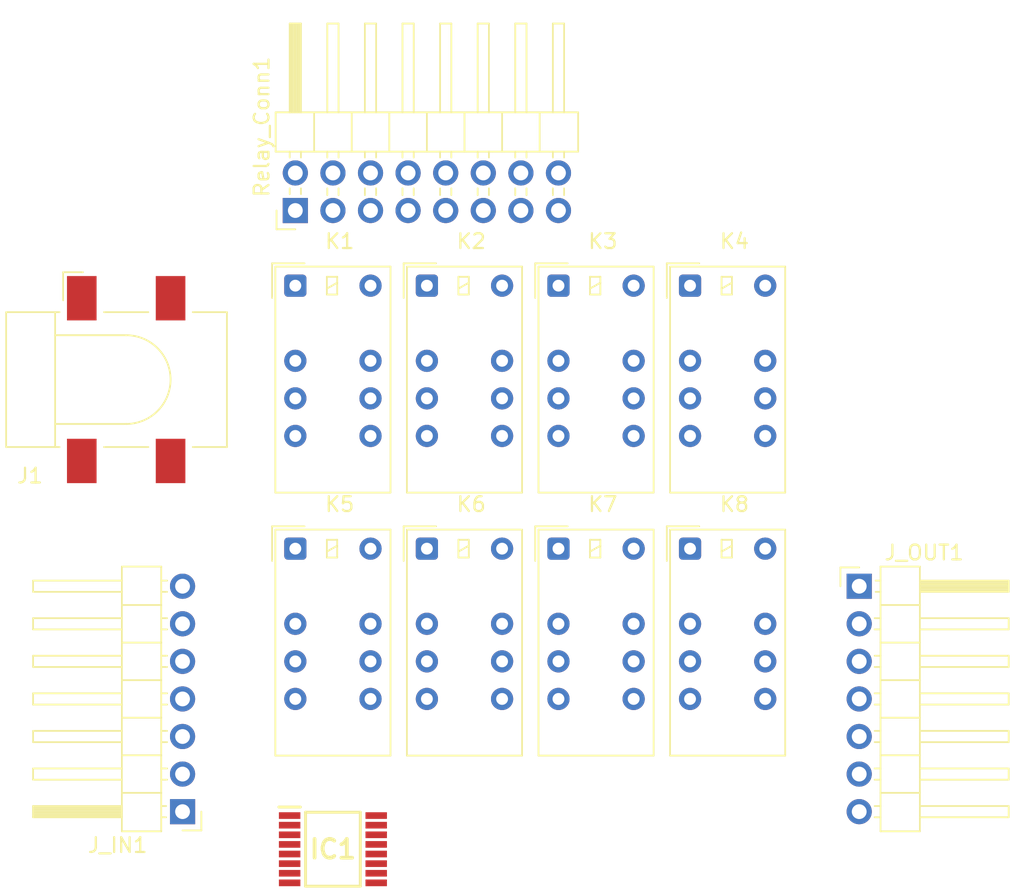
<source format=kicad_pcb>
(kicad_pcb (version 20171130) (host pcbnew "(5.1.6)-1")

  (general
    (thickness 1.6)
    (drawings 0)
    (tracks 0)
    (zones 0)
    (modules 13)
    (nets 50)
  )

  (page A4)
  (layers
    (0 F.Cu signal)
    (31 B.Cu signal)
    (32 B.Adhes user)
    (33 F.Adhes user)
    (34 B.Paste user)
    (35 F.Paste user)
    (36 B.SilkS user)
    (37 F.SilkS user)
    (38 B.Mask user)
    (39 F.Mask user)
    (40 Dwgs.User user)
    (41 Cmts.User user)
    (42 Eco1.User user)
    (43 Eco2.User user)
    (44 Edge.Cuts user)
    (45 Margin user)
    (46 B.CrtYd user)
    (47 F.CrtYd user)
    (48 B.Fab user)
    (49 F.Fab user)
  )

  (setup
    (last_trace_width 0.25)
    (trace_clearance 0.2)
    (zone_clearance 0.508)
    (zone_45_only no)
    (trace_min 0.2)
    (via_size 0.8)
    (via_drill 0.4)
    (via_min_size 0.4)
    (via_min_drill 0.3)
    (uvia_size 0.3)
    (uvia_drill 0.1)
    (uvias_allowed no)
    (uvia_min_size 0.2)
    (uvia_min_drill 0.1)
    (edge_width 0.05)
    (segment_width 0.2)
    (pcb_text_width 0.3)
    (pcb_text_size 1.5 1.5)
    (mod_edge_width 0.12)
    (mod_text_size 1 1)
    (mod_text_width 0.15)
    (pad_size 1.524 1.524)
    (pad_drill 0.762)
    (pad_to_mask_clearance 0.05)
    (aux_axis_origin 0 0)
    (visible_elements FFFFFF7F)
    (pcbplotparams
      (layerselection 0x010fc_ffffffff)
      (usegerberextensions false)
      (usegerberattributes true)
      (usegerberadvancedattributes true)
      (creategerberjobfile true)
      (excludeedgelayer true)
      (linewidth 0.100000)
      (plotframeref false)
      (viasonmask false)
      (mode 1)
      (useauxorigin false)
      (hpglpennumber 1)
      (hpglpenspeed 20)
      (hpglpendiameter 15.000000)
      (psnegative false)
      (psa4output false)
      (plotreference true)
      (plotvalue true)
      (plotinvisibletext false)
      (padsonsilk false)
      (subtractmaskfromsilk false)
      (outputformat 1)
      (mirror false)
      (drillshape 1)
      (scaleselection 1)
      (outputdirectory ""))
  )

  (net 0 "")
  (net 1 VCC)
  (net 2 "Net-(IC1-Pad15)")
  (net 3 "Net-(IC1-Pad14)")
  (net 4 "Net-(IC1-Pad13)")
  (net 5 "Net-(IC1-Pad12)")
  (net 6 "Net-(IC1-Pad11)")
  (net 7 "Net-(IC1-Pad10)")
  (net 8 "Net-(IC1-Pad9)")
  (net 9 GND)
  (net 10 "Net-(IC1-Pad7)")
  (net 11 "Net-(IC1-Pad6)")
  (net 12 "Net-(IC1-Pad5)")
  (net 13 "Net-(IC1-Pad4)")
  (net 14 "Net-(IC1-Pad3)")
  (net 15 "Net-(IC1-Pad2)")
  (net 16 "Net-(IC1-Pad1)")
  (net 17 +12V)
  (net 18 "Net-(K1-Pad10)")
  (net 19 "Net-(K1-Pad3)")
  (net 20 "Net-(K2-Pad10)")
  (net 21 "Net-(K2-Pad3)")
  (net 22 "Net-(K3-Pad10)")
  (net 23 "Net-(K3-Pad3)")
  (net 24 "Net-(K1-Pad8)")
  (net 25 "Net-(K1-Pad5)")
  (net 26 "Net-(K2-Pad5)")
  (net 27 "Net-(K2-Pad8)")
  (net 28 "Net-(K3-Pad8)")
  (net 29 "Net-(K3-Pad5)")
  (net 30 "Net-(K4-Pad10)")
  (net 31 /k4_gnd)
  (net 32 /k4_12v)
  (net 33 "Net-(K4-Pad3)")
  (net 34 "Net-(K5-Pad10)")
  (net 35 /k5_gnd)
  (net 36 /k5_12v)
  (net 37 "Net-(K5-Pad3)")
  (net 38 "Net-(K6-Pad10)")
  (net 39 /k6_gnd)
  (net 40 /k6_12v)
  (net 41 "Net-(K6-Pad3)")
  (net 42 "Net-(K7-Pad10)")
  (net 43 /k7_gnd)
  (net 44 /k7_12v)
  (net 45 "Net-(K7-Pad3)")
  (net 46 "Net-(K8-Pad10)")
  (net 47 /k8_gnd)
  (net 48 /k8_12v)
  (net 49 "Net-(K8-Pad3)")

  (net_class Default "This is the default net class."
    (clearance 0.2)
    (trace_width 0.25)
    (via_dia 0.8)
    (via_drill 0.4)
    (uvia_dia 0.3)
    (uvia_drill 0.1)
    (add_net +12V)
    (add_net /k4_12v)
    (add_net /k4_gnd)
    (add_net /k5_12v)
    (add_net /k5_gnd)
    (add_net /k6_12v)
    (add_net /k6_gnd)
    (add_net /k7_12v)
    (add_net /k7_gnd)
    (add_net /k8_12v)
    (add_net /k8_gnd)
    (add_net GND)
    (add_net "Net-(IC1-Pad1)")
    (add_net "Net-(IC1-Pad10)")
    (add_net "Net-(IC1-Pad11)")
    (add_net "Net-(IC1-Pad12)")
    (add_net "Net-(IC1-Pad13)")
    (add_net "Net-(IC1-Pad14)")
    (add_net "Net-(IC1-Pad15)")
    (add_net "Net-(IC1-Pad2)")
    (add_net "Net-(IC1-Pad3)")
    (add_net "Net-(IC1-Pad4)")
    (add_net "Net-(IC1-Pad5)")
    (add_net "Net-(IC1-Pad6)")
    (add_net "Net-(IC1-Pad7)")
    (add_net "Net-(IC1-Pad9)")
    (add_net "Net-(K1-Pad10)")
    (add_net "Net-(K1-Pad3)")
    (add_net "Net-(K1-Pad5)")
    (add_net "Net-(K1-Pad8)")
    (add_net "Net-(K2-Pad10)")
    (add_net "Net-(K2-Pad3)")
    (add_net "Net-(K2-Pad5)")
    (add_net "Net-(K2-Pad8)")
    (add_net "Net-(K3-Pad10)")
    (add_net "Net-(K3-Pad3)")
    (add_net "Net-(K3-Pad5)")
    (add_net "Net-(K3-Pad8)")
    (add_net "Net-(K4-Pad10)")
    (add_net "Net-(K4-Pad3)")
    (add_net "Net-(K5-Pad10)")
    (add_net "Net-(K5-Pad3)")
    (add_net "Net-(K6-Pad10)")
    (add_net "Net-(K6-Pad3)")
    (add_net "Net-(K7-Pad10)")
    (add_net "Net-(K7-Pad3)")
    (add_net "Net-(K8-Pad10)")
    (add_net "Net-(K8-Pad3)")
    (add_net VCC)
  )

  (module Relay_THT:Relay_DPDT_Kemet_EC2 (layer F.Cu) (tedit 5EAD21AB) (tstamp 5F309103)
    (at 135.89 101.6)
    (descr "Kemet signal relay, DPDT, non-latching, single coil latching, https://content.kemet.com/datasheets/KEM_R7002_EC2_EE2.pdf")
    (tags "Kemet EC2 signal relay DPDT non single coil latching through hole THT")
    (path /5F4AFC15)
    (fp_text reference K8 (at 3 -3 180) (layer F.SilkS)
      (effects (font (size 1 1) (thickness 0.15)))
    )
    (fp_text value EC2-5NU (at -2.55 6.29 90) (layer F.Fab)
      (effects (font (size 1 1) (thickness 0.15)))
    )
    (fp_text user %R (at 2.54 6.35 90) (layer F.Fab)
      (effects (font (size 1 1) (thickness 0.15)))
    )
    (fp_line (start -1.21 -0.15) (end -0.21 -1.15) (layer F.Fab) (width 0.1))
    (fp_line (start 6.43 -1.29) (end 6.43 13.99) (layer F.SilkS) (width 0.12))
    (fp_line (start -1.35 -1.27) (end -1.35 13.99) (layer F.SilkS) (width 0.12))
    (fp_line (start 6.43 13.99) (end -1.35 13.99) (layer F.SilkS) (width 0.12))
    (fp_line (start 6.43 -1.29) (end -1.35 -1.29) (layer F.SilkS) (width 0.12))
    (fp_line (start -1.21 -0.15) (end -1.21 13.85) (layer F.Fab) (width 0.1))
    (fp_line (start -1.57 -1.51) (end 0.62 -1.51) (layer F.SilkS) (width 0.12))
    (fp_line (start -1.57 0.83) (end -1.57 -1.51) (layer F.SilkS) (width 0.12))
    (fp_line (start 2.13 0.6) (end 2.83 0.6) (layer F.SilkS) (width 0.12))
    (fp_line (start 2.13 -0.6) (end 2.13 0.6) (layer F.SilkS) (width 0.12))
    (fp_line (start 2.83 -0.6) (end 2.13 -0.6) (layer F.SilkS) (width 0.12))
    (fp_line (start 2.83 0.6) (end 2.83 -0.6) (layer F.SilkS) (width 0.12))
    (fp_line (start 2.13 0.2) (end 2.83 -0.2) (layer F.SilkS) (width 0.12))
    (fp_line (start 1.27 0) (end 3.81 0) (layer F.Fab) (width 0.1))
    (fp_line (start 6.29 -1.15) (end 6.29 13.85) (layer F.Fab) (width 0.1))
    (fp_line (start 6.29 13.85) (end -1.21 13.85) (layer F.Fab) (width 0.1))
    (fp_line (start -1.46 -1.4) (end -1.46 14.1) (layer F.CrtYd) (width 0.05))
    (fp_line (start 6.29 -1.15) (end -0.21 -1.15) (layer F.Fab) (width 0.1))
    (fp_line (start 6.54 -1.4) (end 6.54 14.1) (layer F.CrtYd) (width 0.05))
    (fp_line (start 6.54 -1.4) (end -1.46 -1.4) (layer F.CrtYd) (width 0.05))
    (fp_line (start -1.46 14.1) (end 6.54 14.1) (layer F.CrtYd) (width 0.05))
    (pad 12 thru_hole circle (at 5.08 0) (size 1.5 1.5) (drill 0.8) (layers *.Cu *.Mask)
      (net 9 GND))
    (pad 10 thru_hole circle (at 5.08 5.08) (size 1.5 1.5) (drill 0.8) (layers *.Cu *.Mask)
      (net 46 "Net-(K8-Pad10)"))
    (pad 9 thru_hole circle (at 5.08 7.62) (size 1.5 1.5) (drill 0.8) (layers *.Cu *.Mask)
      (net 9 GND))
    (pad 8 thru_hole circle (at 5.08 10.16) (size 1.5 1.5) (drill 0.8) (layers *.Cu *.Mask)
      (net 47 /k8_gnd))
    (pad 5 thru_hole circle (at 0 10.16) (size 1.5 1.5) (drill 0.8) (layers *.Cu *.Mask)
      (net 48 /k8_12v))
    (pad 4 thru_hole circle (at 0 7.62) (size 1.5 1.5) (drill 0.8) (layers *.Cu *.Mask)
      (net 17 +12V))
    (pad 3 thru_hole circle (at 0 5.08) (size 1.5 1.5) (drill 0.8) (layers *.Cu *.Mask)
      (net 49 "Net-(K8-Pad3)"))
    (pad 1 thru_hole roundrect (at 0 0) (size 1.5 1.5) (drill 0.8) (layers *.Cu *.Mask) (roundrect_rratio 0.167)
      (net 10 "Net-(IC1-Pad7)"))
    (model ${KISYS3DMOD}/Relay_THT.3dshapes/Relay_DPDT_Kemet_EC2.wrl
      (at (xyz 0 0 0))
      (scale (xyz 1 1 1))
      (rotate (xyz 0 0 0))
    )
  )

  (module Relay_THT:Relay_DPDT_Kemet_EC2 (layer F.Cu) (tedit 5EAD21AB) (tstamp 5F3090E1)
    (at 127 101.6)
    (descr "Kemet signal relay, DPDT, non-latching, single coil latching, https://content.kemet.com/datasheets/KEM_R7002_EC2_EE2.pdf")
    (tags "Kemet EC2 signal relay DPDT non single coil latching through hole THT")
    (path /5F48C16C)
    (fp_text reference K7 (at 3 -3 180) (layer F.SilkS)
      (effects (font (size 1 1) (thickness 0.15)))
    )
    (fp_text value EC2-5NU (at -2.55 6.29 90) (layer F.Fab)
      (effects (font (size 1 1) (thickness 0.15)))
    )
    (fp_text user %R (at 2.54 6.35 90) (layer F.Fab)
      (effects (font (size 1 1) (thickness 0.15)))
    )
    (fp_line (start -1.21 -0.15) (end -0.21 -1.15) (layer F.Fab) (width 0.1))
    (fp_line (start 6.43 -1.29) (end 6.43 13.99) (layer F.SilkS) (width 0.12))
    (fp_line (start -1.35 -1.27) (end -1.35 13.99) (layer F.SilkS) (width 0.12))
    (fp_line (start 6.43 13.99) (end -1.35 13.99) (layer F.SilkS) (width 0.12))
    (fp_line (start 6.43 -1.29) (end -1.35 -1.29) (layer F.SilkS) (width 0.12))
    (fp_line (start -1.21 -0.15) (end -1.21 13.85) (layer F.Fab) (width 0.1))
    (fp_line (start -1.57 -1.51) (end 0.62 -1.51) (layer F.SilkS) (width 0.12))
    (fp_line (start -1.57 0.83) (end -1.57 -1.51) (layer F.SilkS) (width 0.12))
    (fp_line (start 2.13 0.6) (end 2.83 0.6) (layer F.SilkS) (width 0.12))
    (fp_line (start 2.13 -0.6) (end 2.13 0.6) (layer F.SilkS) (width 0.12))
    (fp_line (start 2.83 -0.6) (end 2.13 -0.6) (layer F.SilkS) (width 0.12))
    (fp_line (start 2.83 0.6) (end 2.83 -0.6) (layer F.SilkS) (width 0.12))
    (fp_line (start 2.13 0.2) (end 2.83 -0.2) (layer F.SilkS) (width 0.12))
    (fp_line (start 1.27 0) (end 3.81 0) (layer F.Fab) (width 0.1))
    (fp_line (start 6.29 -1.15) (end 6.29 13.85) (layer F.Fab) (width 0.1))
    (fp_line (start 6.29 13.85) (end -1.21 13.85) (layer F.Fab) (width 0.1))
    (fp_line (start -1.46 -1.4) (end -1.46 14.1) (layer F.CrtYd) (width 0.05))
    (fp_line (start 6.29 -1.15) (end -0.21 -1.15) (layer F.Fab) (width 0.1))
    (fp_line (start 6.54 -1.4) (end 6.54 14.1) (layer F.CrtYd) (width 0.05))
    (fp_line (start 6.54 -1.4) (end -1.46 -1.4) (layer F.CrtYd) (width 0.05))
    (fp_line (start -1.46 14.1) (end 6.54 14.1) (layer F.CrtYd) (width 0.05))
    (pad 12 thru_hole circle (at 5.08 0) (size 1.5 1.5) (drill 0.8) (layers *.Cu *.Mask)
      (net 9 GND))
    (pad 10 thru_hole circle (at 5.08 5.08) (size 1.5 1.5) (drill 0.8) (layers *.Cu *.Mask)
      (net 42 "Net-(K7-Pad10)"))
    (pad 9 thru_hole circle (at 5.08 7.62) (size 1.5 1.5) (drill 0.8) (layers *.Cu *.Mask)
      (net 9 GND))
    (pad 8 thru_hole circle (at 5.08 10.16) (size 1.5 1.5) (drill 0.8) (layers *.Cu *.Mask)
      (net 43 /k7_gnd))
    (pad 5 thru_hole circle (at 0 10.16) (size 1.5 1.5) (drill 0.8) (layers *.Cu *.Mask)
      (net 44 /k7_12v))
    (pad 4 thru_hole circle (at 0 7.62) (size 1.5 1.5) (drill 0.8) (layers *.Cu *.Mask)
      (net 17 +12V))
    (pad 3 thru_hole circle (at 0 5.08) (size 1.5 1.5) (drill 0.8) (layers *.Cu *.Mask)
      (net 45 "Net-(K7-Pad3)"))
    (pad 1 thru_hole roundrect (at 0 0) (size 1.5 1.5) (drill 0.8) (layers *.Cu *.Mask) (roundrect_rratio 0.167)
      (net 11 "Net-(IC1-Pad6)"))
    (model ${KISYS3DMOD}/Relay_THT.3dshapes/Relay_DPDT_Kemet_EC2.wrl
      (at (xyz 0 0 0))
      (scale (xyz 1 1 1))
      (rotate (xyz 0 0 0))
    )
  )

  (module Relay_THT:Relay_DPDT_Kemet_EC2 (layer F.Cu) (tedit 5EAD21AB) (tstamp 5F3090BF)
    (at 118.11 101.6)
    (descr "Kemet signal relay, DPDT, non-latching, single coil latching, https://content.kemet.com/datasheets/KEM_R7002_EC2_EE2.pdf")
    (tags "Kemet EC2 signal relay DPDT non single coil latching through hole THT")
    (path /5F4892A2)
    (fp_text reference K6 (at 3 -3 180) (layer F.SilkS)
      (effects (font (size 1 1) (thickness 0.15)))
    )
    (fp_text value EC2-5NU (at -2.55 6.29 90) (layer F.Fab)
      (effects (font (size 1 1) (thickness 0.15)))
    )
    (fp_text user %R (at 2.54 6.35 90) (layer F.Fab)
      (effects (font (size 1 1) (thickness 0.15)))
    )
    (fp_line (start -1.21 -0.15) (end -0.21 -1.15) (layer F.Fab) (width 0.1))
    (fp_line (start 6.43 -1.29) (end 6.43 13.99) (layer F.SilkS) (width 0.12))
    (fp_line (start -1.35 -1.27) (end -1.35 13.99) (layer F.SilkS) (width 0.12))
    (fp_line (start 6.43 13.99) (end -1.35 13.99) (layer F.SilkS) (width 0.12))
    (fp_line (start 6.43 -1.29) (end -1.35 -1.29) (layer F.SilkS) (width 0.12))
    (fp_line (start -1.21 -0.15) (end -1.21 13.85) (layer F.Fab) (width 0.1))
    (fp_line (start -1.57 -1.51) (end 0.62 -1.51) (layer F.SilkS) (width 0.12))
    (fp_line (start -1.57 0.83) (end -1.57 -1.51) (layer F.SilkS) (width 0.12))
    (fp_line (start 2.13 0.6) (end 2.83 0.6) (layer F.SilkS) (width 0.12))
    (fp_line (start 2.13 -0.6) (end 2.13 0.6) (layer F.SilkS) (width 0.12))
    (fp_line (start 2.83 -0.6) (end 2.13 -0.6) (layer F.SilkS) (width 0.12))
    (fp_line (start 2.83 0.6) (end 2.83 -0.6) (layer F.SilkS) (width 0.12))
    (fp_line (start 2.13 0.2) (end 2.83 -0.2) (layer F.SilkS) (width 0.12))
    (fp_line (start 1.27 0) (end 3.81 0) (layer F.Fab) (width 0.1))
    (fp_line (start 6.29 -1.15) (end 6.29 13.85) (layer F.Fab) (width 0.1))
    (fp_line (start 6.29 13.85) (end -1.21 13.85) (layer F.Fab) (width 0.1))
    (fp_line (start -1.46 -1.4) (end -1.46 14.1) (layer F.CrtYd) (width 0.05))
    (fp_line (start 6.29 -1.15) (end -0.21 -1.15) (layer F.Fab) (width 0.1))
    (fp_line (start 6.54 -1.4) (end 6.54 14.1) (layer F.CrtYd) (width 0.05))
    (fp_line (start 6.54 -1.4) (end -1.46 -1.4) (layer F.CrtYd) (width 0.05))
    (fp_line (start -1.46 14.1) (end 6.54 14.1) (layer F.CrtYd) (width 0.05))
    (pad 12 thru_hole circle (at 5.08 0) (size 1.5 1.5) (drill 0.8) (layers *.Cu *.Mask)
      (net 9 GND))
    (pad 10 thru_hole circle (at 5.08 5.08) (size 1.5 1.5) (drill 0.8) (layers *.Cu *.Mask)
      (net 38 "Net-(K6-Pad10)"))
    (pad 9 thru_hole circle (at 5.08 7.62) (size 1.5 1.5) (drill 0.8) (layers *.Cu *.Mask)
      (net 9 GND))
    (pad 8 thru_hole circle (at 5.08 10.16) (size 1.5 1.5) (drill 0.8) (layers *.Cu *.Mask)
      (net 39 /k6_gnd))
    (pad 5 thru_hole circle (at 0 10.16) (size 1.5 1.5) (drill 0.8) (layers *.Cu *.Mask)
      (net 40 /k6_12v))
    (pad 4 thru_hole circle (at 0 7.62) (size 1.5 1.5) (drill 0.8) (layers *.Cu *.Mask)
      (net 17 +12V))
    (pad 3 thru_hole circle (at 0 5.08) (size 1.5 1.5) (drill 0.8) (layers *.Cu *.Mask)
      (net 41 "Net-(K6-Pad3)"))
    (pad 1 thru_hole roundrect (at 0 0) (size 1.5 1.5) (drill 0.8) (layers *.Cu *.Mask) (roundrect_rratio 0.167)
      (net 12 "Net-(IC1-Pad5)"))
    (model ${KISYS3DMOD}/Relay_THT.3dshapes/Relay_DPDT_Kemet_EC2.wrl
      (at (xyz 0 0 0))
      (scale (xyz 1 1 1))
      (rotate (xyz 0 0 0))
    )
  )

  (module Relay_THT:Relay_DPDT_Kemet_EC2 (layer F.Cu) (tedit 5EAD21AB) (tstamp 5F30909D)
    (at 109.22 101.6)
    (descr "Kemet signal relay, DPDT, non-latching, single coil latching, https://content.kemet.com/datasheets/KEM_R7002_EC2_EE2.pdf")
    (tags "Kemet EC2 signal relay DPDT non single coil latching through hole THT")
    (path /5F48685E)
    (fp_text reference K5 (at 3 -3 180) (layer F.SilkS)
      (effects (font (size 1 1) (thickness 0.15)))
    )
    (fp_text value EC2-5NU (at -2.55 6.29 90) (layer F.Fab)
      (effects (font (size 1 1) (thickness 0.15)))
    )
    (fp_text user %R (at 2.54 6.35 90) (layer F.Fab)
      (effects (font (size 1 1) (thickness 0.15)))
    )
    (fp_line (start -1.21 -0.15) (end -0.21 -1.15) (layer F.Fab) (width 0.1))
    (fp_line (start 6.43 -1.29) (end 6.43 13.99) (layer F.SilkS) (width 0.12))
    (fp_line (start -1.35 -1.27) (end -1.35 13.99) (layer F.SilkS) (width 0.12))
    (fp_line (start 6.43 13.99) (end -1.35 13.99) (layer F.SilkS) (width 0.12))
    (fp_line (start 6.43 -1.29) (end -1.35 -1.29) (layer F.SilkS) (width 0.12))
    (fp_line (start -1.21 -0.15) (end -1.21 13.85) (layer F.Fab) (width 0.1))
    (fp_line (start -1.57 -1.51) (end 0.62 -1.51) (layer F.SilkS) (width 0.12))
    (fp_line (start -1.57 0.83) (end -1.57 -1.51) (layer F.SilkS) (width 0.12))
    (fp_line (start 2.13 0.6) (end 2.83 0.6) (layer F.SilkS) (width 0.12))
    (fp_line (start 2.13 -0.6) (end 2.13 0.6) (layer F.SilkS) (width 0.12))
    (fp_line (start 2.83 -0.6) (end 2.13 -0.6) (layer F.SilkS) (width 0.12))
    (fp_line (start 2.83 0.6) (end 2.83 -0.6) (layer F.SilkS) (width 0.12))
    (fp_line (start 2.13 0.2) (end 2.83 -0.2) (layer F.SilkS) (width 0.12))
    (fp_line (start 1.27 0) (end 3.81 0) (layer F.Fab) (width 0.1))
    (fp_line (start 6.29 -1.15) (end 6.29 13.85) (layer F.Fab) (width 0.1))
    (fp_line (start 6.29 13.85) (end -1.21 13.85) (layer F.Fab) (width 0.1))
    (fp_line (start -1.46 -1.4) (end -1.46 14.1) (layer F.CrtYd) (width 0.05))
    (fp_line (start 6.29 -1.15) (end -0.21 -1.15) (layer F.Fab) (width 0.1))
    (fp_line (start 6.54 -1.4) (end 6.54 14.1) (layer F.CrtYd) (width 0.05))
    (fp_line (start 6.54 -1.4) (end -1.46 -1.4) (layer F.CrtYd) (width 0.05))
    (fp_line (start -1.46 14.1) (end 6.54 14.1) (layer F.CrtYd) (width 0.05))
    (pad 12 thru_hole circle (at 5.08 0) (size 1.5 1.5) (drill 0.8) (layers *.Cu *.Mask)
      (net 9 GND))
    (pad 10 thru_hole circle (at 5.08 5.08) (size 1.5 1.5) (drill 0.8) (layers *.Cu *.Mask)
      (net 34 "Net-(K5-Pad10)"))
    (pad 9 thru_hole circle (at 5.08 7.62) (size 1.5 1.5) (drill 0.8) (layers *.Cu *.Mask)
      (net 9 GND))
    (pad 8 thru_hole circle (at 5.08 10.16) (size 1.5 1.5) (drill 0.8) (layers *.Cu *.Mask)
      (net 35 /k5_gnd))
    (pad 5 thru_hole circle (at 0 10.16) (size 1.5 1.5) (drill 0.8) (layers *.Cu *.Mask)
      (net 36 /k5_12v))
    (pad 4 thru_hole circle (at 0 7.62) (size 1.5 1.5) (drill 0.8) (layers *.Cu *.Mask)
      (net 17 +12V))
    (pad 3 thru_hole circle (at 0 5.08) (size 1.5 1.5) (drill 0.8) (layers *.Cu *.Mask)
      (net 37 "Net-(K5-Pad3)"))
    (pad 1 thru_hole roundrect (at 0 0) (size 1.5 1.5) (drill 0.8) (layers *.Cu *.Mask) (roundrect_rratio 0.167)
      (net 13 "Net-(IC1-Pad4)"))
    (model ${KISYS3DMOD}/Relay_THT.3dshapes/Relay_DPDT_Kemet_EC2.wrl
      (at (xyz 0 0 0))
      (scale (xyz 1 1 1))
      (rotate (xyz 0 0 0))
    )
  )

  (module Relay_THT:Relay_DPDT_Kemet_EC2 (layer F.Cu) (tedit 5EAD21AB) (tstamp 5F30907B)
    (at 135.89 83.82)
    (descr "Kemet signal relay, DPDT, non-latching, single coil latching, https://content.kemet.com/datasheets/KEM_R7002_EC2_EE2.pdf")
    (tags "Kemet EC2 signal relay DPDT non single coil latching through hole THT")
    (path /5F4842DF)
    (fp_text reference K4 (at 3 -3 180) (layer F.SilkS)
      (effects (font (size 1 1) (thickness 0.15)))
    )
    (fp_text value EC2-5NU (at -2.55 6.29 90) (layer F.Fab)
      (effects (font (size 1 1) (thickness 0.15)))
    )
    (fp_text user %R (at 2.54 6.35 90) (layer F.Fab)
      (effects (font (size 1 1) (thickness 0.15)))
    )
    (fp_line (start -1.21 -0.15) (end -0.21 -1.15) (layer F.Fab) (width 0.1))
    (fp_line (start 6.43 -1.29) (end 6.43 13.99) (layer F.SilkS) (width 0.12))
    (fp_line (start -1.35 -1.27) (end -1.35 13.99) (layer F.SilkS) (width 0.12))
    (fp_line (start 6.43 13.99) (end -1.35 13.99) (layer F.SilkS) (width 0.12))
    (fp_line (start 6.43 -1.29) (end -1.35 -1.29) (layer F.SilkS) (width 0.12))
    (fp_line (start -1.21 -0.15) (end -1.21 13.85) (layer F.Fab) (width 0.1))
    (fp_line (start -1.57 -1.51) (end 0.62 -1.51) (layer F.SilkS) (width 0.12))
    (fp_line (start -1.57 0.83) (end -1.57 -1.51) (layer F.SilkS) (width 0.12))
    (fp_line (start 2.13 0.6) (end 2.83 0.6) (layer F.SilkS) (width 0.12))
    (fp_line (start 2.13 -0.6) (end 2.13 0.6) (layer F.SilkS) (width 0.12))
    (fp_line (start 2.83 -0.6) (end 2.13 -0.6) (layer F.SilkS) (width 0.12))
    (fp_line (start 2.83 0.6) (end 2.83 -0.6) (layer F.SilkS) (width 0.12))
    (fp_line (start 2.13 0.2) (end 2.83 -0.2) (layer F.SilkS) (width 0.12))
    (fp_line (start 1.27 0) (end 3.81 0) (layer F.Fab) (width 0.1))
    (fp_line (start 6.29 -1.15) (end 6.29 13.85) (layer F.Fab) (width 0.1))
    (fp_line (start 6.29 13.85) (end -1.21 13.85) (layer F.Fab) (width 0.1))
    (fp_line (start -1.46 -1.4) (end -1.46 14.1) (layer F.CrtYd) (width 0.05))
    (fp_line (start 6.29 -1.15) (end -0.21 -1.15) (layer F.Fab) (width 0.1))
    (fp_line (start 6.54 -1.4) (end 6.54 14.1) (layer F.CrtYd) (width 0.05))
    (fp_line (start 6.54 -1.4) (end -1.46 -1.4) (layer F.CrtYd) (width 0.05))
    (fp_line (start -1.46 14.1) (end 6.54 14.1) (layer F.CrtYd) (width 0.05))
    (pad 12 thru_hole circle (at 5.08 0) (size 1.5 1.5) (drill 0.8) (layers *.Cu *.Mask)
      (net 9 GND))
    (pad 10 thru_hole circle (at 5.08 5.08) (size 1.5 1.5) (drill 0.8) (layers *.Cu *.Mask)
      (net 30 "Net-(K4-Pad10)"))
    (pad 9 thru_hole circle (at 5.08 7.62) (size 1.5 1.5) (drill 0.8) (layers *.Cu *.Mask)
      (net 9 GND))
    (pad 8 thru_hole circle (at 5.08 10.16) (size 1.5 1.5) (drill 0.8) (layers *.Cu *.Mask)
      (net 31 /k4_gnd))
    (pad 5 thru_hole circle (at 0 10.16) (size 1.5 1.5) (drill 0.8) (layers *.Cu *.Mask)
      (net 32 /k4_12v))
    (pad 4 thru_hole circle (at 0 7.62) (size 1.5 1.5) (drill 0.8) (layers *.Cu *.Mask)
      (net 17 +12V))
    (pad 3 thru_hole circle (at 0 5.08) (size 1.5 1.5) (drill 0.8) (layers *.Cu *.Mask)
      (net 33 "Net-(K4-Pad3)"))
    (pad 1 thru_hole roundrect (at 0 0) (size 1.5 1.5) (drill 0.8) (layers *.Cu *.Mask) (roundrect_rratio 0.167)
      (net 14 "Net-(IC1-Pad3)"))
    (model ${KISYS3DMOD}/Relay_THT.3dshapes/Relay_DPDT_Kemet_EC2.wrl
      (at (xyz 0 0 0))
      (scale (xyz 1 1 1))
      (rotate (xyz 0 0 0))
    )
  )

  (module Relay_THT:Relay_DPDT_Kemet_EC2 (layer F.Cu) (tedit 5EAD21AB) (tstamp 5F303CFF)
    (at 127 83.82)
    (descr "Kemet signal relay, DPDT, non-latching, single coil latching, https://content.kemet.com/datasheets/KEM_R7002_EC2_EE2.pdf")
    (tags "Kemet EC2 signal relay DPDT non single coil latching through hole THT")
    (path /5F307782)
    (fp_text reference K3 (at 3 -3 180) (layer F.SilkS)
      (effects (font (size 1 1) (thickness 0.15)))
    )
    (fp_text value EC2-5NU (at -2.55 6.29 90) (layer F.Fab)
      (effects (font (size 1 1) (thickness 0.15)))
    )
    (fp_text user %R (at 2.54 6.35 90) (layer F.Fab)
      (effects (font (size 1 1) (thickness 0.15)))
    )
    (fp_line (start -1.21 -0.15) (end -0.21 -1.15) (layer F.Fab) (width 0.1))
    (fp_line (start 6.43 -1.29) (end 6.43 13.99) (layer F.SilkS) (width 0.12))
    (fp_line (start -1.35 -1.27) (end -1.35 13.99) (layer F.SilkS) (width 0.12))
    (fp_line (start 6.43 13.99) (end -1.35 13.99) (layer F.SilkS) (width 0.12))
    (fp_line (start 6.43 -1.29) (end -1.35 -1.29) (layer F.SilkS) (width 0.12))
    (fp_line (start -1.21 -0.15) (end -1.21 13.85) (layer F.Fab) (width 0.1))
    (fp_line (start -1.57 -1.51) (end 0.62 -1.51) (layer F.SilkS) (width 0.12))
    (fp_line (start -1.57 0.83) (end -1.57 -1.51) (layer F.SilkS) (width 0.12))
    (fp_line (start 2.13 0.6) (end 2.83 0.6) (layer F.SilkS) (width 0.12))
    (fp_line (start 2.13 -0.6) (end 2.13 0.6) (layer F.SilkS) (width 0.12))
    (fp_line (start 2.83 -0.6) (end 2.13 -0.6) (layer F.SilkS) (width 0.12))
    (fp_line (start 2.83 0.6) (end 2.83 -0.6) (layer F.SilkS) (width 0.12))
    (fp_line (start 2.13 0.2) (end 2.83 -0.2) (layer F.SilkS) (width 0.12))
    (fp_line (start 1.27 0) (end 3.81 0) (layer F.Fab) (width 0.1))
    (fp_line (start 6.29 -1.15) (end 6.29 13.85) (layer F.Fab) (width 0.1))
    (fp_line (start 6.29 13.85) (end -1.21 13.85) (layer F.Fab) (width 0.1))
    (fp_line (start -1.46 -1.4) (end -1.46 14.1) (layer F.CrtYd) (width 0.05))
    (fp_line (start 6.29 -1.15) (end -0.21 -1.15) (layer F.Fab) (width 0.1))
    (fp_line (start 6.54 -1.4) (end 6.54 14.1) (layer F.CrtYd) (width 0.05))
    (fp_line (start 6.54 -1.4) (end -1.46 -1.4) (layer F.CrtYd) (width 0.05))
    (fp_line (start -1.46 14.1) (end 6.54 14.1) (layer F.CrtYd) (width 0.05))
    (pad 12 thru_hole circle (at 5.08 0) (size 1.5 1.5) (drill 0.8) (layers *.Cu *.Mask)
      (net 9 GND))
    (pad 10 thru_hole circle (at 5.08 5.08) (size 1.5 1.5) (drill 0.8) (layers *.Cu *.Mask)
      (net 22 "Net-(K3-Pad10)"))
    (pad 9 thru_hole circle (at 5.08 7.62) (size 1.5 1.5) (drill 0.8) (layers *.Cu *.Mask)
      (net 9 GND))
    (pad 8 thru_hole circle (at 5.08 10.16) (size 1.5 1.5) (drill 0.8) (layers *.Cu *.Mask)
      (net 28 "Net-(K3-Pad8)"))
    (pad 5 thru_hole circle (at 0 10.16) (size 1.5 1.5) (drill 0.8) (layers *.Cu *.Mask)
      (net 29 "Net-(K3-Pad5)"))
    (pad 4 thru_hole circle (at 0 7.62) (size 1.5 1.5) (drill 0.8) (layers *.Cu *.Mask)
      (net 17 +12V))
    (pad 3 thru_hole circle (at 0 5.08) (size 1.5 1.5) (drill 0.8) (layers *.Cu *.Mask)
      (net 23 "Net-(K3-Pad3)"))
    (pad 1 thru_hole roundrect (at 0 0) (size 1.5 1.5) (drill 0.8) (layers *.Cu *.Mask) (roundrect_rratio 0.167)
      (net 15 "Net-(IC1-Pad2)"))
    (model ${KISYS3DMOD}/Relay_THT.3dshapes/Relay_DPDT_Kemet_EC2.wrl
      (at (xyz 0 0 0))
      (scale (xyz 1 1 1))
      (rotate (xyz 0 0 0))
    )
  )

  (module Relay_THT:Relay_DPDT_Kemet_EC2 (layer F.Cu) (tedit 5EAD21AB) (tstamp 5F303CDD)
    (at 118.11 83.82)
    (descr "Kemet signal relay, DPDT, non-latching, single coil latching, https://content.kemet.com/datasheets/KEM_R7002_EC2_EE2.pdf")
    (tags "Kemet EC2 signal relay DPDT non single coil latching through hole THT")
    (path /5F304727)
    (fp_text reference K2 (at 3 -3 180) (layer F.SilkS)
      (effects (font (size 1 1) (thickness 0.15)))
    )
    (fp_text value EC2-5NU (at -2.55 6.29 90) (layer F.Fab)
      (effects (font (size 1 1) (thickness 0.15)))
    )
    (fp_line (start -1.46 14.1) (end 6.54 14.1) (layer F.CrtYd) (width 0.05))
    (fp_line (start 6.54 -1.4) (end -1.46 -1.4) (layer F.CrtYd) (width 0.05))
    (fp_line (start 6.54 -1.4) (end 6.54 14.1) (layer F.CrtYd) (width 0.05))
    (fp_line (start 6.29 -1.15) (end -0.21 -1.15) (layer F.Fab) (width 0.1))
    (fp_line (start -1.46 -1.4) (end -1.46 14.1) (layer F.CrtYd) (width 0.05))
    (fp_line (start 6.29 13.85) (end -1.21 13.85) (layer F.Fab) (width 0.1))
    (fp_line (start 6.29 -1.15) (end 6.29 13.85) (layer F.Fab) (width 0.1))
    (fp_line (start 1.27 0) (end 3.81 0) (layer F.Fab) (width 0.1))
    (fp_line (start 2.13 0.2) (end 2.83 -0.2) (layer F.SilkS) (width 0.12))
    (fp_line (start 2.83 0.6) (end 2.83 -0.6) (layer F.SilkS) (width 0.12))
    (fp_line (start 2.83 -0.6) (end 2.13 -0.6) (layer F.SilkS) (width 0.12))
    (fp_line (start 2.13 -0.6) (end 2.13 0.6) (layer F.SilkS) (width 0.12))
    (fp_line (start 2.13 0.6) (end 2.83 0.6) (layer F.SilkS) (width 0.12))
    (fp_line (start -1.57 0.83) (end -1.57 -1.51) (layer F.SilkS) (width 0.12))
    (fp_line (start -1.57 -1.51) (end 0.62 -1.51) (layer F.SilkS) (width 0.12))
    (fp_line (start -1.21 -0.15) (end -1.21 13.85) (layer F.Fab) (width 0.1))
    (fp_line (start 6.43 -1.29) (end -1.35 -1.29) (layer F.SilkS) (width 0.12))
    (fp_line (start 6.43 13.99) (end -1.35 13.99) (layer F.SilkS) (width 0.12))
    (fp_line (start -1.35 -1.27) (end -1.35 13.99) (layer F.SilkS) (width 0.12))
    (fp_line (start 6.43 -1.29) (end 6.43 13.99) (layer F.SilkS) (width 0.12))
    (fp_line (start -1.21 -0.15) (end -0.21 -1.15) (layer F.Fab) (width 0.1))
    (fp_text user %R (at 2.54 6.35 90) (layer F.Fab)
      (effects (font (size 1 1) (thickness 0.15)))
    )
    (pad 1 thru_hole roundrect (at 0 0) (size 1.5 1.5) (drill 0.8) (layers *.Cu *.Mask) (roundrect_rratio 0.167)
      (net 16 "Net-(IC1-Pad1)"))
    (pad 3 thru_hole circle (at 0 5.08) (size 1.5 1.5) (drill 0.8) (layers *.Cu *.Mask)
      (net 21 "Net-(K2-Pad3)"))
    (pad 4 thru_hole circle (at 0 7.62) (size 1.5 1.5) (drill 0.8) (layers *.Cu *.Mask)
      (net 17 +12V))
    (pad 5 thru_hole circle (at 0 10.16) (size 1.5 1.5) (drill 0.8) (layers *.Cu *.Mask)
      (net 26 "Net-(K2-Pad5)"))
    (pad 8 thru_hole circle (at 5.08 10.16) (size 1.5 1.5) (drill 0.8) (layers *.Cu *.Mask)
      (net 27 "Net-(K2-Pad8)"))
    (pad 9 thru_hole circle (at 5.08 7.62) (size 1.5 1.5) (drill 0.8) (layers *.Cu *.Mask)
      (net 9 GND))
    (pad 10 thru_hole circle (at 5.08 5.08) (size 1.5 1.5) (drill 0.8) (layers *.Cu *.Mask)
      (net 20 "Net-(K2-Pad10)"))
    (pad 12 thru_hole circle (at 5.08 0) (size 1.5 1.5) (drill 0.8) (layers *.Cu *.Mask)
      (net 9 GND))
    (model ${KISYS3DMOD}/Relay_THT.3dshapes/Relay_DPDT_Kemet_EC2.wrl
      (at (xyz 0 0 0))
      (scale (xyz 1 1 1))
      (rotate (xyz 0 0 0))
    )
  )

  (module Relay_THT:Relay_DPDT_Kemet_EC2 (layer F.Cu) (tedit 5EAD21AB) (tstamp 5F303CBB)
    (at 109.22 83.82)
    (descr "Kemet signal relay, DPDT, non-latching, single coil latching, https://content.kemet.com/datasheets/KEM_R7002_EC2_EE2.pdf")
    (tags "Kemet EC2 signal relay DPDT non single coil latching through hole THT")
    (path /5F2FCA56)
    (fp_text reference K1 (at 3 -3 180) (layer F.SilkS)
      (effects (font (size 1 1) (thickness 0.15)))
    )
    (fp_text value EC2-5NU (at -2.55 6.29 90) (layer F.Fab)
      (effects (font (size 1 1) (thickness 0.15)))
    )
    (fp_text user %R (at 2.54 6.35 90) (layer F.Fab)
      (effects (font (size 1 1) (thickness 0.15)))
    )
    (fp_line (start -1.21 -0.15) (end -0.21 -1.15) (layer F.Fab) (width 0.1))
    (fp_line (start 6.43 -1.29) (end 6.43 13.99) (layer F.SilkS) (width 0.12))
    (fp_line (start -1.35 -1.27) (end -1.35 13.99) (layer F.SilkS) (width 0.12))
    (fp_line (start 6.43 13.99) (end -1.35 13.99) (layer F.SilkS) (width 0.12))
    (fp_line (start 6.43 -1.29) (end -1.35 -1.29) (layer F.SilkS) (width 0.12))
    (fp_line (start -1.21 -0.15) (end -1.21 13.85) (layer F.Fab) (width 0.1))
    (fp_line (start -1.57 -1.51) (end 0.62 -1.51) (layer F.SilkS) (width 0.12))
    (fp_line (start -1.57 0.83) (end -1.57 -1.51) (layer F.SilkS) (width 0.12))
    (fp_line (start 2.13 0.6) (end 2.83 0.6) (layer F.SilkS) (width 0.12))
    (fp_line (start 2.13 -0.6) (end 2.13 0.6) (layer F.SilkS) (width 0.12))
    (fp_line (start 2.83 -0.6) (end 2.13 -0.6) (layer F.SilkS) (width 0.12))
    (fp_line (start 2.83 0.6) (end 2.83 -0.6) (layer F.SilkS) (width 0.12))
    (fp_line (start 2.13 0.2) (end 2.83 -0.2) (layer F.SilkS) (width 0.12))
    (fp_line (start 1.27 0) (end 3.81 0) (layer F.Fab) (width 0.1))
    (fp_line (start 6.29 -1.15) (end 6.29 13.85) (layer F.Fab) (width 0.1))
    (fp_line (start 6.29 13.85) (end -1.21 13.85) (layer F.Fab) (width 0.1))
    (fp_line (start -1.46 -1.4) (end -1.46 14.1) (layer F.CrtYd) (width 0.05))
    (fp_line (start 6.29 -1.15) (end -0.21 -1.15) (layer F.Fab) (width 0.1))
    (fp_line (start 6.54 -1.4) (end 6.54 14.1) (layer F.CrtYd) (width 0.05))
    (fp_line (start 6.54 -1.4) (end -1.46 -1.4) (layer F.CrtYd) (width 0.05))
    (fp_line (start -1.46 14.1) (end 6.54 14.1) (layer F.CrtYd) (width 0.05))
    (pad 12 thru_hole circle (at 5.08 0) (size 1.5 1.5) (drill 0.8) (layers *.Cu *.Mask)
      (net 9 GND))
    (pad 10 thru_hole circle (at 5.08 5.08) (size 1.5 1.5) (drill 0.8) (layers *.Cu *.Mask)
      (net 18 "Net-(K1-Pad10)"))
    (pad 9 thru_hole circle (at 5.08 7.62) (size 1.5 1.5) (drill 0.8) (layers *.Cu *.Mask)
      (net 9 GND))
    (pad 8 thru_hole circle (at 5.08 10.16) (size 1.5 1.5) (drill 0.8) (layers *.Cu *.Mask)
      (net 24 "Net-(K1-Pad8)"))
    (pad 5 thru_hole circle (at 0 10.16) (size 1.5 1.5) (drill 0.8) (layers *.Cu *.Mask)
      (net 25 "Net-(K1-Pad5)"))
    (pad 4 thru_hole circle (at 0 7.62) (size 1.5 1.5) (drill 0.8) (layers *.Cu *.Mask)
      (net 17 +12V))
    (pad 3 thru_hole circle (at 0 5.08) (size 1.5 1.5) (drill 0.8) (layers *.Cu *.Mask)
      (net 19 "Net-(K1-Pad3)"))
    (pad 1 thru_hole roundrect (at 0 0) (size 1.5 1.5) (drill 0.8) (layers *.Cu *.Mask) (roundrect_rratio 0.167)
      (net 2 "Net-(IC1-Pad15)"))
    (model ${KISYS3DMOD}/Relay_THT.3dshapes/Relay_DPDT_Kemet_EC2.wrl
      (at (xyz 0 0 0))
      (scale (xyz 1 1 1))
      (rotate (xyz 0 0 0))
    )
  )

  (module Connector_PinHeader_2.54mm:PinHeader_1x07_P2.54mm_Horizontal (layer F.Cu) (tedit 59FED5CB) (tstamp 5F303C99)
    (at 147.32 104.14)
    (descr "Through hole angled pin header, 1x07, 2.54mm pitch, 6mm pin length, single row")
    (tags "Through hole angled pin header THT 1x07 2.54mm single row")
    (path /5F333FCC)
    (fp_text reference J_OUT1 (at 4.385 -2.27) (layer F.SilkS)
      (effects (font (size 1 1) (thickness 0.15)))
    )
    (fp_text value Conn_01x07_Male (at 4.385 17.51) (layer F.Fab)
      (effects (font (size 1 1) (thickness 0.15)))
    )
    (fp_text user %R (at 2.77 7.62 90) (layer F.Fab)
      (effects (font (size 1 1) (thickness 0.15)))
    )
    (fp_line (start 2.135 -1.27) (end 4.04 -1.27) (layer F.Fab) (width 0.1))
    (fp_line (start 4.04 -1.27) (end 4.04 16.51) (layer F.Fab) (width 0.1))
    (fp_line (start 4.04 16.51) (end 1.5 16.51) (layer F.Fab) (width 0.1))
    (fp_line (start 1.5 16.51) (end 1.5 -0.635) (layer F.Fab) (width 0.1))
    (fp_line (start 1.5 -0.635) (end 2.135 -1.27) (layer F.Fab) (width 0.1))
    (fp_line (start -0.32 -0.32) (end 1.5 -0.32) (layer F.Fab) (width 0.1))
    (fp_line (start -0.32 -0.32) (end -0.32 0.32) (layer F.Fab) (width 0.1))
    (fp_line (start -0.32 0.32) (end 1.5 0.32) (layer F.Fab) (width 0.1))
    (fp_line (start 4.04 -0.32) (end 10.04 -0.32) (layer F.Fab) (width 0.1))
    (fp_line (start 10.04 -0.32) (end 10.04 0.32) (layer F.Fab) (width 0.1))
    (fp_line (start 4.04 0.32) (end 10.04 0.32) (layer F.Fab) (width 0.1))
    (fp_line (start -0.32 2.22) (end 1.5 2.22) (layer F.Fab) (width 0.1))
    (fp_line (start -0.32 2.22) (end -0.32 2.86) (layer F.Fab) (width 0.1))
    (fp_line (start -0.32 2.86) (end 1.5 2.86) (layer F.Fab) (width 0.1))
    (fp_line (start 4.04 2.22) (end 10.04 2.22) (layer F.Fab) (width 0.1))
    (fp_line (start 10.04 2.22) (end 10.04 2.86) (layer F.Fab) (width 0.1))
    (fp_line (start 4.04 2.86) (end 10.04 2.86) (layer F.Fab) (width 0.1))
    (fp_line (start -0.32 4.76) (end 1.5 4.76) (layer F.Fab) (width 0.1))
    (fp_line (start -0.32 4.76) (end -0.32 5.4) (layer F.Fab) (width 0.1))
    (fp_line (start -0.32 5.4) (end 1.5 5.4) (layer F.Fab) (width 0.1))
    (fp_line (start 4.04 4.76) (end 10.04 4.76) (layer F.Fab) (width 0.1))
    (fp_line (start 10.04 4.76) (end 10.04 5.4) (layer F.Fab) (width 0.1))
    (fp_line (start 4.04 5.4) (end 10.04 5.4) (layer F.Fab) (width 0.1))
    (fp_line (start -0.32 7.3) (end 1.5 7.3) (layer F.Fab) (width 0.1))
    (fp_line (start -0.32 7.3) (end -0.32 7.94) (layer F.Fab) (width 0.1))
    (fp_line (start -0.32 7.94) (end 1.5 7.94) (layer F.Fab) (width 0.1))
    (fp_line (start 4.04 7.3) (end 10.04 7.3) (layer F.Fab) (width 0.1))
    (fp_line (start 10.04 7.3) (end 10.04 7.94) (layer F.Fab) (width 0.1))
    (fp_line (start 4.04 7.94) (end 10.04 7.94) (layer F.Fab) (width 0.1))
    (fp_line (start -0.32 9.84) (end 1.5 9.84) (layer F.Fab) (width 0.1))
    (fp_line (start -0.32 9.84) (end -0.32 10.48) (layer F.Fab) (width 0.1))
    (fp_line (start -0.32 10.48) (end 1.5 10.48) (layer F.Fab) (width 0.1))
    (fp_line (start 4.04 9.84) (end 10.04 9.84) (layer F.Fab) (width 0.1))
    (fp_line (start 10.04 9.84) (end 10.04 10.48) (layer F.Fab) (width 0.1))
    (fp_line (start 4.04 10.48) (end 10.04 10.48) (layer F.Fab) (width 0.1))
    (fp_line (start -0.32 12.38) (end 1.5 12.38) (layer F.Fab) (width 0.1))
    (fp_line (start -0.32 12.38) (end -0.32 13.02) (layer F.Fab) (width 0.1))
    (fp_line (start -0.32 13.02) (end 1.5 13.02) (layer F.Fab) (width 0.1))
    (fp_line (start 4.04 12.38) (end 10.04 12.38) (layer F.Fab) (width 0.1))
    (fp_line (start 10.04 12.38) (end 10.04 13.02) (layer F.Fab) (width 0.1))
    (fp_line (start 4.04 13.02) (end 10.04 13.02) (layer F.Fab) (width 0.1))
    (fp_line (start -0.32 14.92) (end 1.5 14.92) (layer F.Fab) (width 0.1))
    (fp_line (start -0.32 14.92) (end -0.32 15.56) (layer F.Fab) (width 0.1))
    (fp_line (start -0.32 15.56) (end 1.5 15.56) (layer F.Fab) (width 0.1))
    (fp_line (start 4.04 14.92) (end 10.04 14.92) (layer F.Fab) (width 0.1))
    (fp_line (start 10.04 14.92) (end 10.04 15.56) (layer F.Fab) (width 0.1))
    (fp_line (start 4.04 15.56) (end 10.04 15.56) (layer F.Fab) (width 0.1))
    (fp_line (start 1.44 -1.33) (end 1.44 16.57) (layer F.SilkS) (width 0.12))
    (fp_line (start 1.44 16.57) (end 4.1 16.57) (layer F.SilkS) (width 0.12))
    (fp_line (start 4.1 16.57) (end 4.1 -1.33) (layer F.SilkS) (width 0.12))
    (fp_line (start 4.1 -1.33) (end 1.44 -1.33) (layer F.SilkS) (width 0.12))
    (fp_line (start 4.1 -0.38) (end 10.1 -0.38) (layer F.SilkS) (width 0.12))
    (fp_line (start 10.1 -0.38) (end 10.1 0.38) (layer F.SilkS) (width 0.12))
    (fp_line (start 10.1 0.38) (end 4.1 0.38) (layer F.SilkS) (width 0.12))
    (fp_line (start 4.1 -0.32) (end 10.1 -0.32) (layer F.SilkS) (width 0.12))
    (fp_line (start 4.1 -0.2) (end 10.1 -0.2) (layer F.SilkS) (width 0.12))
    (fp_line (start 4.1 -0.08) (end 10.1 -0.08) (layer F.SilkS) (width 0.12))
    (fp_line (start 4.1 0.04) (end 10.1 0.04) (layer F.SilkS) (width 0.12))
    (fp_line (start 4.1 0.16) (end 10.1 0.16) (layer F.SilkS) (width 0.12))
    (fp_line (start 4.1 0.28) (end 10.1 0.28) (layer F.SilkS) (width 0.12))
    (fp_line (start 1.11 -0.38) (end 1.44 -0.38) (layer F.SilkS) (width 0.12))
    (fp_line (start 1.11 0.38) (end 1.44 0.38) (layer F.SilkS) (width 0.12))
    (fp_line (start 1.44 1.27) (end 4.1 1.27) (layer F.SilkS) (width 0.12))
    (fp_line (start 4.1 2.16) (end 10.1 2.16) (layer F.SilkS) (width 0.12))
    (fp_line (start 10.1 2.16) (end 10.1 2.92) (layer F.SilkS) (width 0.12))
    (fp_line (start 10.1 2.92) (end 4.1 2.92) (layer F.SilkS) (width 0.12))
    (fp_line (start 1.042929 2.16) (end 1.44 2.16) (layer F.SilkS) (width 0.12))
    (fp_line (start 1.042929 2.92) (end 1.44 2.92) (layer F.SilkS) (width 0.12))
    (fp_line (start 1.44 3.81) (end 4.1 3.81) (layer F.SilkS) (width 0.12))
    (fp_line (start 4.1 4.7) (end 10.1 4.7) (layer F.SilkS) (width 0.12))
    (fp_line (start 10.1 4.7) (end 10.1 5.46) (layer F.SilkS) (width 0.12))
    (fp_line (start 10.1 5.46) (end 4.1 5.46) (layer F.SilkS) (width 0.12))
    (fp_line (start 1.042929 4.7) (end 1.44 4.7) (layer F.SilkS) (width 0.12))
    (fp_line (start 1.042929 5.46) (end 1.44 5.46) (layer F.SilkS) (width 0.12))
    (fp_line (start 1.44 6.35) (end 4.1 6.35) (layer F.SilkS) (width 0.12))
    (fp_line (start 4.1 7.24) (end 10.1 7.24) (layer F.SilkS) (width 0.12))
    (fp_line (start 10.1 7.24) (end 10.1 8) (layer F.SilkS) (width 0.12))
    (fp_line (start 10.1 8) (end 4.1 8) (layer F.SilkS) (width 0.12))
    (fp_line (start 1.042929 7.24) (end 1.44 7.24) (layer F.SilkS) (width 0.12))
    (fp_line (start 1.042929 8) (end 1.44 8) (layer F.SilkS) (width 0.12))
    (fp_line (start 1.44 8.89) (end 4.1 8.89) (layer F.SilkS) (width 0.12))
    (fp_line (start 4.1 9.78) (end 10.1 9.78) (layer F.SilkS) (width 0.12))
    (fp_line (start 10.1 9.78) (end 10.1 10.54) (layer F.SilkS) (width 0.12))
    (fp_line (start 10.1 10.54) (end 4.1 10.54) (layer F.SilkS) (width 0.12))
    (fp_line (start 1.042929 9.78) (end 1.44 9.78) (layer F.SilkS) (width 0.12))
    (fp_line (start 1.042929 10.54) (end 1.44 10.54) (layer F.SilkS) (width 0.12))
    (fp_line (start 1.44 11.43) (end 4.1 11.43) (layer F.SilkS) (width 0.12))
    (fp_line (start 4.1 12.32) (end 10.1 12.32) (layer F.SilkS) (width 0.12))
    (fp_line (start 10.1 12.32) (end 10.1 13.08) (layer F.SilkS) (width 0.12))
    (fp_line (start 10.1 13.08) (end 4.1 13.08) (layer F.SilkS) (width 0.12))
    (fp_line (start 1.042929 12.32) (end 1.44 12.32) (layer F.SilkS) (width 0.12))
    (fp_line (start 1.042929 13.08) (end 1.44 13.08) (layer F.SilkS) (width 0.12))
    (fp_line (start 1.44 13.97) (end 4.1 13.97) (layer F.SilkS) (width 0.12))
    (fp_line (start 4.1 14.86) (end 10.1 14.86) (layer F.SilkS) (width 0.12))
    (fp_line (start 10.1 14.86) (end 10.1 15.62) (layer F.SilkS) (width 0.12))
    (fp_line (start 10.1 15.62) (end 4.1 15.62) (layer F.SilkS) (width 0.12))
    (fp_line (start 1.042929 14.86) (end 1.44 14.86) (layer F.SilkS) (width 0.12))
    (fp_line (start 1.042929 15.62) (end 1.44 15.62) (layer F.SilkS) (width 0.12))
    (fp_line (start -1.27 0) (end -1.27 -1.27) (layer F.SilkS) (width 0.12))
    (fp_line (start -1.27 -1.27) (end 0 -1.27) (layer F.SilkS) (width 0.12))
    (fp_line (start -1.8 -1.8) (end -1.8 17.05) (layer F.CrtYd) (width 0.05))
    (fp_line (start -1.8 17.05) (end 10.55 17.05) (layer F.CrtYd) (width 0.05))
    (fp_line (start 10.55 17.05) (end 10.55 -1.8) (layer F.CrtYd) (width 0.05))
    (fp_line (start 10.55 -1.8) (end -1.8 -1.8) (layer F.CrtYd) (width 0.05))
    (pad 7 thru_hole oval (at 0 15.24) (size 1.7 1.7) (drill 1) (layers *.Cu *.Mask)
      (net 1 VCC))
    (pad 6 thru_hole oval (at 0 12.7) (size 1.7 1.7) (drill 1) (layers *.Cu *.Mask)
      (net 8 "Net-(IC1-Pad9)"))
    (pad 5 thru_hole oval (at 0 10.16) (size 1.7 1.7) (drill 1) (layers *.Cu *.Mask)
      (net 4 "Net-(IC1-Pad13)"))
    (pad 4 thru_hole oval (at 0 7.62) (size 1.7 1.7) (drill 1) (layers *.Cu *.Mask)
      (net 5 "Net-(IC1-Pad12)"))
    (pad 3 thru_hole oval (at 0 5.08) (size 1.7 1.7) (drill 1) (layers *.Cu *.Mask)
      (net 6 "Net-(IC1-Pad11)"))
    (pad 2 thru_hole oval (at 0 2.54) (size 1.7 1.7) (drill 1) (layers *.Cu *.Mask)
      (net 7 "Net-(IC1-Pad10)"))
    (pad 1 thru_hole rect (at 0 0) (size 1.7 1.7) (drill 1) (layers *.Cu *.Mask)
      (net 9 GND))
    (model ${KISYS3DMOD}/Connector_PinHeader_2.54mm.3dshapes/PinHeader_1x07_P2.54mm_Horizontal.wrl
      (at (xyz 0 0 0))
      (scale (xyz 1 1 1))
      (rotate (xyz 0 0 0))
    )
  )

  (module Connector_PinHeader_2.54mm:PinHeader_1x07_P2.54mm_Horizontal (layer F.Cu) (tedit 59FED5CB) (tstamp 5F303C25)
    (at 101.6 119.38 180)
    (descr "Through hole angled pin header, 1x07, 2.54mm pitch, 6mm pin length, single row")
    (tags "Through hole angled pin header THT 1x07 2.54mm single row")
    (path /5F3301F4)
    (fp_text reference J_IN1 (at 4.385 -2.27) (layer F.SilkS)
      (effects (font (size 1 1) (thickness 0.15)))
    )
    (fp_text value Conn_01x07_Male (at 4.385 17.51) (layer F.Fab)
      (effects (font (size 1 1) (thickness 0.15)))
    )
    (fp_line (start 10.55 -1.8) (end -1.8 -1.8) (layer F.CrtYd) (width 0.05))
    (fp_line (start 10.55 17.05) (end 10.55 -1.8) (layer F.CrtYd) (width 0.05))
    (fp_line (start -1.8 17.05) (end 10.55 17.05) (layer F.CrtYd) (width 0.05))
    (fp_line (start -1.8 -1.8) (end -1.8 17.05) (layer F.CrtYd) (width 0.05))
    (fp_line (start -1.27 -1.27) (end 0 -1.27) (layer F.SilkS) (width 0.12))
    (fp_line (start -1.27 0) (end -1.27 -1.27) (layer F.SilkS) (width 0.12))
    (fp_line (start 1.042929 15.62) (end 1.44 15.62) (layer F.SilkS) (width 0.12))
    (fp_line (start 1.042929 14.86) (end 1.44 14.86) (layer F.SilkS) (width 0.12))
    (fp_line (start 10.1 15.62) (end 4.1 15.62) (layer F.SilkS) (width 0.12))
    (fp_line (start 10.1 14.86) (end 10.1 15.62) (layer F.SilkS) (width 0.12))
    (fp_line (start 4.1 14.86) (end 10.1 14.86) (layer F.SilkS) (width 0.12))
    (fp_line (start 1.44 13.97) (end 4.1 13.97) (layer F.SilkS) (width 0.12))
    (fp_line (start 1.042929 13.08) (end 1.44 13.08) (layer F.SilkS) (width 0.12))
    (fp_line (start 1.042929 12.32) (end 1.44 12.32) (layer F.SilkS) (width 0.12))
    (fp_line (start 10.1 13.08) (end 4.1 13.08) (layer F.SilkS) (width 0.12))
    (fp_line (start 10.1 12.32) (end 10.1 13.08) (layer F.SilkS) (width 0.12))
    (fp_line (start 4.1 12.32) (end 10.1 12.32) (layer F.SilkS) (width 0.12))
    (fp_line (start 1.44 11.43) (end 4.1 11.43) (layer F.SilkS) (width 0.12))
    (fp_line (start 1.042929 10.54) (end 1.44 10.54) (layer F.SilkS) (width 0.12))
    (fp_line (start 1.042929 9.78) (end 1.44 9.78) (layer F.SilkS) (width 0.12))
    (fp_line (start 10.1 10.54) (end 4.1 10.54) (layer F.SilkS) (width 0.12))
    (fp_line (start 10.1 9.78) (end 10.1 10.54) (layer F.SilkS) (width 0.12))
    (fp_line (start 4.1 9.78) (end 10.1 9.78) (layer F.SilkS) (width 0.12))
    (fp_line (start 1.44 8.89) (end 4.1 8.89) (layer F.SilkS) (width 0.12))
    (fp_line (start 1.042929 8) (end 1.44 8) (layer F.SilkS) (width 0.12))
    (fp_line (start 1.042929 7.24) (end 1.44 7.24) (layer F.SilkS) (width 0.12))
    (fp_line (start 10.1 8) (end 4.1 8) (layer F.SilkS) (width 0.12))
    (fp_line (start 10.1 7.24) (end 10.1 8) (layer F.SilkS) (width 0.12))
    (fp_line (start 4.1 7.24) (end 10.1 7.24) (layer F.SilkS) (width 0.12))
    (fp_line (start 1.44 6.35) (end 4.1 6.35) (layer F.SilkS) (width 0.12))
    (fp_line (start 1.042929 5.46) (end 1.44 5.46) (layer F.SilkS) (width 0.12))
    (fp_line (start 1.042929 4.7) (end 1.44 4.7) (layer F.SilkS) (width 0.12))
    (fp_line (start 10.1 5.46) (end 4.1 5.46) (layer F.SilkS) (width 0.12))
    (fp_line (start 10.1 4.7) (end 10.1 5.46) (layer F.SilkS) (width 0.12))
    (fp_line (start 4.1 4.7) (end 10.1 4.7) (layer F.SilkS) (width 0.12))
    (fp_line (start 1.44 3.81) (end 4.1 3.81) (layer F.SilkS) (width 0.12))
    (fp_line (start 1.042929 2.92) (end 1.44 2.92) (layer F.SilkS) (width 0.12))
    (fp_line (start 1.042929 2.16) (end 1.44 2.16) (layer F.SilkS) (width 0.12))
    (fp_line (start 10.1 2.92) (end 4.1 2.92) (layer F.SilkS) (width 0.12))
    (fp_line (start 10.1 2.16) (end 10.1 2.92) (layer F.SilkS) (width 0.12))
    (fp_line (start 4.1 2.16) (end 10.1 2.16) (layer F.SilkS) (width 0.12))
    (fp_line (start 1.44 1.27) (end 4.1 1.27) (layer F.SilkS) (width 0.12))
    (fp_line (start 1.11 0.38) (end 1.44 0.38) (layer F.SilkS) (width 0.12))
    (fp_line (start 1.11 -0.38) (end 1.44 -0.38) (layer F.SilkS) (width 0.12))
    (fp_line (start 4.1 0.28) (end 10.1 0.28) (layer F.SilkS) (width 0.12))
    (fp_line (start 4.1 0.16) (end 10.1 0.16) (layer F.SilkS) (width 0.12))
    (fp_line (start 4.1 0.04) (end 10.1 0.04) (layer F.SilkS) (width 0.12))
    (fp_line (start 4.1 -0.08) (end 10.1 -0.08) (layer F.SilkS) (width 0.12))
    (fp_line (start 4.1 -0.2) (end 10.1 -0.2) (layer F.SilkS) (width 0.12))
    (fp_line (start 4.1 -0.32) (end 10.1 -0.32) (layer F.SilkS) (width 0.12))
    (fp_line (start 10.1 0.38) (end 4.1 0.38) (layer F.SilkS) (width 0.12))
    (fp_line (start 10.1 -0.38) (end 10.1 0.38) (layer F.SilkS) (width 0.12))
    (fp_line (start 4.1 -0.38) (end 10.1 -0.38) (layer F.SilkS) (width 0.12))
    (fp_line (start 4.1 -1.33) (end 1.44 -1.33) (layer F.SilkS) (width 0.12))
    (fp_line (start 4.1 16.57) (end 4.1 -1.33) (layer F.SilkS) (width 0.12))
    (fp_line (start 1.44 16.57) (end 4.1 16.57) (layer F.SilkS) (width 0.12))
    (fp_line (start 1.44 -1.33) (end 1.44 16.57) (layer F.SilkS) (width 0.12))
    (fp_line (start 4.04 15.56) (end 10.04 15.56) (layer F.Fab) (width 0.1))
    (fp_line (start 10.04 14.92) (end 10.04 15.56) (layer F.Fab) (width 0.1))
    (fp_line (start 4.04 14.92) (end 10.04 14.92) (layer F.Fab) (width 0.1))
    (fp_line (start -0.32 15.56) (end 1.5 15.56) (layer F.Fab) (width 0.1))
    (fp_line (start -0.32 14.92) (end -0.32 15.56) (layer F.Fab) (width 0.1))
    (fp_line (start -0.32 14.92) (end 1.5 14.92) (layer F.Fab) (width 0.1))
    (fp_line (start 4.04 13.02) (end 10.04 13.02) (layer F.Fab) (width 0.1))
    (fp_line (start 10.04 12.38) (end 10.04 13.02) (layer F.Fab) (width 0.1))
    (fp_line (start 4.04 12.38) (end 10.04 12.38) (layer F.Fab) (width 0.1))
    (fp_line (start -0.32 13.02) (end 1.5 13.02) (layer F.Fab) (width 0.1))
    (fp_line (start -0.32 12.38) (end -0.32 13.02) (layer F.Fab) (width 0.1))
    (fp_line (start -0.32 12.38) (end 1.5 12.38) (layer F.Fab) (width 0.1))
    (fp_line (start 4.04 10.48) (end 10.04 10.48) (layer F.Fab) (width 0.1))
    (fp_line (start 10.04 9.84) (end 10.04 10.48) (layer F.Fab) (width 0.1))
    (fp_line (start 4.04 9.84) (end 10.04 9.84) (layer F.Fab) (width 0.1))
    (fp_line (start -0.32 10.48) (end 1.5 10.48) (layer F.Fab) (width 0.1))
    (fp_line (start -0.32 9.84) (end -0.32 10.48) (layer F.Fab) (width 0.1))
    (fp_line (start -0.32 9.84) (end 1.5 9.84) (layer F.Fab) (width 0.1))
    (fp_line (start 4.04 7.94) (end 10.04 7.94) (layer F.Fab) (width 0.1))
    (fp_line (start 10.04 7.3) (end 10.04 7.94) (layer F.Fab) (width 0.1))
    (fp_line (start 4.04 7.3) (end 10.04 7.3) (layer F.Fab) (width 0.1))
    (fp_line (start -0.32 7.94) (end 1.5 7.94) (layer F.Fab) (width 0.1))
    (fp_line (start -0.32 7.3) (end -0.32 7.94) (layer F.Fab) (width 0.1))
    (fp_line (start -0.32 7.3) (end 1.5 7.3) (layer F.Fab) (width 0.1))
    (fp_line (start 4.04 5.4) (end 10.04 5.4) (layer F.Fab) (width 0.1))
    (fp_line (start 10.04 4.76) (end 10.04 5.4) (layer F.Fab) (width 0.1))
    (fp_line (start 4.04 4.76) (end 10.04 4.76) (layer F.Fab) (width 0.1))
    (fp_line (start -0.32 5.4) (end 1.5 5.4) (layer F.Fab) (width 0.1))
    (fp_line (start -0.32 4.76) (end -0.32 5.4) (layer F.Fab) (width 0.1))
    (fp_line (start -0.32 4.76) (end 1.5 4.76) (layer F.Fab) (width 0.1))
    (fp_line (start 4.04 2.86) (end 10.04 2.86) (layer F.Fab) (width 0.1))
    (fp_line (start 10.04 2.22) (end 10.04 2.86) (layer F.Fab) (width 0.1))
    (fp_line (start 4.04 2.22) (end 10.04 2.22) (layer F.Fab) (width 0.1))
    (fp_line (start -0.32 2.86) (end 1.5 2.86) (layer F.Fab) (width 0.1))
    (fp_line (start -0.32 2.22) (end -0.32 2.86) (layer F.Fab) (width 0.1))
    (fp_line (start -0.32 2.22) (end 1.5 2.22) (layer F.Fab) (width 0.1))
    (fp_line (start 4.04 0.32) (end 10.04 0.32) (layer F.Fab) (width 0.1))
    (fp_line (start 10.04 -0.32) (end 10.04 0.32) (layer F.Fab) (width 0.1))
    (fp_line (start 4.04 -0.32) (end 10.04 -0.32) (layer F.Fab) (width 0.1))
    (fp_line (start -0.32 0.32) (end 1.5 0.32) (layer F.Fab) (width 0.1))
    (fp_line (start -0.32 -0.32) (end -0.32 0.32) (layer F.Fab) (width 0.1))
    (fp_line (start -0.32 -0.32) (end 1.5 -0.32) (layer F.Fab) (width 0.1))
    (fp_line (start 1.5 -0.635) (end 2.135 -1.27) (layer F.Fab) (width 0.1))
    (fp_line (start 1.5 16.51) (end 1.5 -0.635) (layer F.Fab) (width 0.1))
    (fp_line (start 4.04 16.51) (end 1.5 16.51) (layer F.Fab) (width 0.1))
    (fp_line (start 4.04 -1.27) (end 4.04 16.51) (layer F.Fab) (width 0.1))
    (fp_line (start 2.135 -1.27) (end 4.04 -1.27) (layer F.Fab) (width 0.1))
    (fp_text user %R (at 2.77 7.62 90) (layer F.Fab)
      (effects (font (size 1 1) (thickness 0.15)))
    )
    (pad 1 thru_hole rect (at 0 0 180) (size 1.7 1.7) (drill 1) (layers *.Cu *.Mask)
      (net 9 GND))
    (pad 2 thru_hole oval (at 0 2.54 180) (size 1.7 1.7) (drill 1) (layers *.Cu *.Mask)
      (net 7 "Net-(IC1-Pad10)"))
    (pad 3 thru_hole oval (at 0 5.08 180) (size 1.7 1.7) (drill 1) (layers *.Cu *.Mask)
      (net 6 "Net-(IC1-Pad11)"))
    (pad 4 thru_hole oval (at 0 7.62 180) (size 1.7 1.7) (drill 1) (layers *.Cu *.Mask)
      (net 5 "Net-(IC1-Pad12)"))
    (pad 5 thru_hole oval (at 0 10.16 180) (size 1.7 1.7) (drill 1) (layers *.Cu *.Mask)
      (net 4 "Net-(IC1-Pad13)"))
    (pad 6 thru_hole oval (at 0 12.7 180) (size 1.7 1.7) (drill 1) (layers *.Cu *.Mask)
      (net 3 "Net-(IC1-Pad14)"))
    (pad 7 thru_hole oval (at 0 15.24 180) (size 1.7 1.7) (drill 1) (layers *.Cu *.Mask)
      (net 1 VCC))
    (model ${KISYS3DMOD}/Connector_PinHeader_2.54mm.3dshapes/PinHeader_1x07_P2.54mm_Horizontal.wrl
      (at (xyz 0 0 0))
      (scale (xyz 1 1 1))
      (rotate (xyz 0 0 0))
    )
  )

  (module Connector_PinHeader_2.54mm:PinHeader_2x08_P2.54mm_Horizontal (layer F.Cu) (tedit 59FED5CB) (tstamp 5F303BB1)
    (at 109.22 78.74 90)
    (descr "Through hole angled pin header, 2x08, 2.54mm pitch, 6mm pin length, double rows")
    (tags "Through hole angled pin header THT 2x08 2.54mm double row")
    (path /5F364635)
    (fp_text reference Relay_Conn1 (at 5.655 -2.27 90) (layer F.SilkS)
      (effects (font (size 1 1) (thickness 0.15)))
    )
    (fp_text value Conn_02x08_Odd_Even (at 5.655 20.05 90) (layer F.Fab)
      (effects (font (size 1 1) (thickness 0.15)))
    )
    (fp_text user %R (at 5.31 8.89) (layer F.Fab)
      (effects (font (size 1 1) (thickness 0.15)))
    )
    (fp_line (start 4.675 -1.27) (end 6.58 -1.27) (layer F.Fab) (width 0.1))
    (fp_line (start 6.58 -1.27) (end 6.58 19.05) (layer F.Fab) (width 0.1))
    (fp_line (start 6.58 19.05) (end 4.04 19.05) (layer F.Fab) (width 0.1))
    (fp_line (start 4.04 19.05) (end 4.04 -0.635) (layer F.Fab) (width 0.1))
    (fp_line (start 4.04 -0.635) (end 4.675 -1.27) (layer F.Fab) (width 0.1))
    (fp_line (start -0.32 -0.32) (end 4.04 -0.32) (layer F.Fab) (width 0.1))
    (fp_line (start -0.32 -0.32) (end -0.32 0.32) (layer F.Fab) (width 0.1))
    (fp_line (start -0.32 0.32) (end 4.04 0.32) (layer F.Fab) (width 0.1))
    (fp_line (start 6.58 -0.32) (end 12.58 -0.32) (layer F.Fab) (width 0.1))
    (fp_line (start 12.58 -0.32) (end 12.58 0.32) (layer F.Fab) (width 0.1))
    (fp_line (start 6.58 0.32) (end 12.58 0.32) (layer F.Fab) (width 0.1))
    (fp_line (start -0.32 2.22) (end 4.04 2.22) (layer F.Fab) (width 0.1))
    (fp_line (start -0.32 2.22) (end -0.32 2.86) (layer F.Fab) (width 0.1))
    (fp_line (start -0.32 2.86) (end 4.04 2.86) (layer F.Fab) (width 0.1))
    (fp_line (start 6.58 2.22) (end 12.58 2.22) (layer F.Fab) (width 0.1))
    (fp_line (start 12.58 2.22) (end 12.58 2.86) (layer F.Fab) (width 0.1))
    (fp_line (start 6.58 2.86) (end 12.58 2.86) (layer F.Fab) (width 0.1))
    (fp_line (start -0.32 4.76) (end 4.04 4.76) (layer F.Fab) (width 0.1))
    (fp_line (start -0.32 4.76) (end -0.32 5.4) (layer F.Fab) (width 0.1))
    (fp_line (start -0.32 5.4) (end 4.04 5.4) (layer F.Fab) (width 0.1))
    (fp_line (start 6.58 4.76) (end 12.58 4.76) (layer F.Fab) (width 0.1))
    (fp_line (start 12.58 4.76) (end 12.58 5.4) (layer F.Fab) (width 0.1))
    (fp_line (start 6.58 5.4) (end 12.58 5.4) (layer F.Fab) (width 0.1))
    (fp_line (start -0.32 7.3) (end 4.04 7.3) (layer F.Fab) (width 0.1))
    (fp_line (start -0.32 7.3) (end -0.32 7.94) (layer F.Fab) (width 0.1))
    (fp_line (start -0.32 7.94) (end 4.04 7.94) (layer F.Fab) (width 0.1))
    (fp_line (start 6.58 7.3) (end 12.58 7.3) (layer F.Fab) (width 0.1))
    (fp_line (start 12.58 7.3) (end 12.58 7.94) (layer F.Fab) (width 0.1))
    (fp_line (start 6.58 7.94) (end 12.58 7.94) (layer F.Fab) (width 0.1))
    (fp_line (start -0.32 9.84) (end 4.04 9.84) (layer F.Fab) (width 0.1))
    (fp_line (start -0.32 9.84) (end -0.32 10.48) (layer F.Fab) (width 0.1))
    (fp_line (start -0.32 10.48) (end 4.04 10.48) (layer F.Fab) (width 0.1))
    (fp_line (start 6.58 9.84) (end 12.58 9.84) (layer F.Fab) (width 0.1))
    (fp_line (start 12.58 9.84) (end 12.58 10.48) (layer F.Fab) (width 0.1))
    (fp_line (start 6.58 10.48) (end 12.58 10.48) (layer F.Fab) (width 0.1))
    (fp_line (start -0.32 12.38) (end 4.04 12.38) (layer F.Fab) (width 0.1))
    (fp_line (start -0.32 12.38) (end -0.32 13.02) (layer F.Fab) (width 0.1))
    (fp_line (start -0.32 13.02) (end 4.04 13.02) (layer F.Fab) (width 0.1))
    (fp_line (start 6.58 12.38) (end 12.58 12.38) (layer F.Fab) (width 0.1))
    (fp_line (start 12.58 12.38) (end 12.58 13.02) (layer F.Fab) (width 0.1))
    (fp_line (start 6.58 13.02) (end 12.58 13.02) (layer F.Fab) (width 0.1))
    (fp_line (start -0.32 14.92) (end 4.04 14.92) (layer F.Fab) (width 0.1))
    (fp_line (start -0.32 14.92) (end -0.32 15.56) (layer F.Fab) (width 0.1))
    (fp_line (start -0.32 15.56) (end 4.04 15.56) (layer F.Fab) (width 0.1))
    (fp_line (start 6.58 14.92) (end 12.58 14.92) (layer F.Fab) (width 0.1))
    (fp_line (start 12.58 14.92) (end 12.58 15.56) (layer F.Fab) (width 0.1))
    (fp_line (start 6.58 15.56) (end 12.58 15.56) (layer F.Fab) (width 0.1))
    (fp_line (start -0.32 17.46) (end 4.04 17.46) (layer F.Fab) (width 0.1))
    (fp_line (start -0.32 17.46) (end -0.32 18.1) (layer F.Fab) (width 0.1))
    (fp_line (start -0.32 18.1) (end 4.04 18.1) (layer F.Fab) (width 0.1))
    (fp_line (start 6.58 17.46) (end 12.58 17.46) (layer F.Fab) (width 0.1))
    (fp_line (start 12.58 17.46) (end 12.58 18.1) (layer F.Fab) (width 0.1))
    (fp_line (start 6.58 18.1) (end 12.58 18.1) (layer F.Fab) (width 0.1))
    (fp_line (start 3.98 -1.33) (end 3.98 19.11) (layer F.SilkS) (width 0.12))
    (fp_line (start 3.98 19.11) (end 6.64 19.11) (layer F.SilkS) (width 0.12))
    (fp_line (start 6.64 19.11) (end 6.64 -1.33) (layer F.SilkS) (width 0.12))
    (fp_line (start 6.64 -1.33) (end 3.98 -1.33) (layer F.SilkS) (width 0.12))
    (fp_line (start 6.64 -0.38) (end 12.64 -0.38) (layer F.SilkS) (width 0.12))
    (fp_line (start 12.64 -0.38) (end 12.64 0.38) (layer F.SilkS) (width 0.12))
    (fp_line (start 12.64 0.38) (end 6.64 0.38) (layer F.SilkS) (width 0.12))
    (fp_line (start 6.64 -0.32) (end 12.64 -0.32) (layer F.SilkS) (width 0.12))
    (fp_line (start 6.64 -0.2) (end 12.64 -0.2) (layer F.SilkS) (width 0.12))
    (fp_line (start 6.64 -0.08) (end 12.64 -0.08) (layer F.SilkS) (width 0.12))
    (fp_line (start 6.64 0.04) (end 12.64 0.04) (layer F.SilkS) (width 0.12))
    (fp_line (start 6.64 0.16) (end 12.64 0.16) (layer F.SilkS) (width 0.12))
    (fp_line (start 6.64 0.28) (end 12.64 0.28) (layer F.SilkS) (width 0.12))
    (fp_line (start 3.582929 -0.38) (end 3.98 -0.38) (layer F.SilkS) (width 0.12))
    (fp_line (start 3.582929 0.38) (end 3.98 0.38) (layer F.SilkS) (width 0.12))
    (fp_line (start 1.11 -0.38) (end 1.497071 -0.38) (layer F.SilkS) (width 0.12))
    (fp_line (start 1.11 0.38) (end 1.497071 0.38) (layer F.SilkS) (width 0.12))
    (fp_line (start 3.98 1.27) (end 6.64 1.27) (layer F.SilkS) (width 0.12))
    (fp_line (start 6.64 2.16) (end 12.64 2.16) (layer F.SilkS) (width 0.12))
    (fp_line (start 12.64 2.16) (end 12.64 2.92) (layer F.SilkS) (width 0.12))
    (fp_line (start 12.64 2.92) (end 6.64 2.92) (layer F.SilkS) (width 0.12))
    (fp_line (start 3.582929 2.16) (end 3.98 2.16) (layer F.SilkS) (width 0.12))
    (fp_line (start 3.582929 2.92) (end 3.98 2.92) (layer F.SilkS) (width 0.12))
    (fp_line (start 1.042929 2.16) (end 1.497071 2.16) (layer F.SilkS) (width 0.12))
    (fp_line (start 1.042929 2.92) (end 1.497071 2.92) (layer F.SilkS) (width 0.12))
    (fp_line (start 3.98 3.81) (end 6.64 3.81) (layer F.SilkS) (width 0.12))
    (fp_line (start 6.64 4.7) (end 12.64 4.7) (layer F.SilkS) (width 0.12))
    (fp_line (start 12.64 4.7) (end 12.64 5.46) (layer F.SilkS) (width 0.12))
    (fp_line (start 12.64 5.46) (end 6.64 5.46) (layer F.SilkS) (width 0.12))
    (fp_line (start 3.582929 4.7) (end 3.98 4.7) (layer F.SilkS) (width 0.12))
    (fp_line (start 3.582929 5.46) (end 3.98 5.46) (layer F.SilkS) (width 0.12))
    (fp_line (start 1.042929 4.7) (end 1.497071 4.7) (layer F.SilkS) (width 0.12))
    (fp_line (start 1.042929 5.46) (end 1.497071 5.46) (layer F.SilkS) (width 0.12))
    (fp_line (start 3.98 6.35) (end 6.64 6.35) (layer F.SilkS) (width 0.12))
    (fp_line (start 6.64 7.24) (end 12.64 7.24) (layer F.SilkS) (width 0.12))
    (fp_line (start 12.64 7.24) (end 12.64 8) (layer F.SilkS) (width 0.12))
    (fp_line (start 12.64 8) (end 6.64 8) (layer F.SilkS) (width 0.12))
    (fp_line (start 3.582929 7.24) (end 3.98 7.24) (layer F.SilkS) (width 0.12))
    (fp_line (start 3.582929 8) (end 3.98 8) (layer F.SilkS) (width 0.12))
    (fp_line (start 1.042929 7.24) (end 1.497071 7.24) (layer F.SilkS) (width 0.12))
    (fp_line (start 1.042929 8) (end 1.497071 8) (layer F.SilkS) (width 0.12))
    (fp_line (start 3.98 8.89) (end 6.64 8.89) (layer F.SilkS) (width 0.12))
    (fp_line (start 6.64 9.78) (end 12.64 9.78) (layer F.SilkS) (width 0.12))
    (fp_line (start 12.64 9.78) (end 12.64 10.54) (layer F.SilkS) (width 0.12))
    (fp_line (start 12.64 10.54) (end 6.64 10.54) (layer F.SilkS) (width 0.12))
    (fp_line (start 3.582929 9.78) (end 3.98 9.78) (layer F.SilkS) (width 0.12))
    (fp_line (start 3.582929 10.54) (end 3.98 10.54) (layer F.SilkS) (width 0.12))
    (fp_line (start 1.042929 9.78) (end 1.497071 9.78) (layer F.SilkS) (width 0.12))
    (fp_line (start 1.042929 10.54) (end 1.497071 10.54) (layer F.SilkS) (width 0.12))
    (fp_line (start 3.98 11.43) (end 6.64 11.43) (layer F.SilkS) (width 0.12))
    (fp_line (start 6.64 12.32) (end 12.64 12.32) (layer F.SilkS) (width 0.12))
    (fp_line (start 12.64 12.32) (end 12.64 13.08) (layer F.SilkS) (width 0.12))
    (fp_line (start 12.64 13.08) (end 6.64 13.08) (layer F.SilkS) (width 0.12))
    (fp_line (start 3.582929 12.32) (end 3.98 12.32) (layer F.SilkS) (width 0.12))
    (fp_line (start 3.582929 13.08) (end 3.98 13.08) (layer F.SilkS) (width 0.12))
    (fp_line (start 1.042929 12.32) (end 1.497071 12.32) (layer F.SilkS) (width 0.12))
    (fp_line (start 1.042929 13.08) (end 1.497071 13.08) (layer F.SilkS) (width 0.12))
    (fp_line (start 3.98 13.97) (end 6.64 13.97) (layer F.SilkS) (width 0.12))
    (fp_line (start 6.64 14.86) (end 12.64 14.86) (layer F.SilkS) (width 0.12))
    (fp_line (start 12.64 14.86) (end 12.64 15.62) (layer F.SilkS) (width 0.12))
    (fp_line (start 12.64 15.62) (end 6.64 15.62) (layer F.SilkS) (width 0.12))
    (fp_line (start 3.582929 14.86) (end 3.98 14.86) (layer F.SilkS) (width 0.12))
    (fp_line (start 3.582929 15.62) (end 3.98 15.62) (layer F.SilkS) (width 0.12))
    (fp_line (start 1.042929 14.86) (end 1.497071 14.86) (layer F.SilkS) (width 0.12))
    (fp_line (start 1.042929 15.62) (end 1.497071 15.62) (layer F.SilkS) (width 0.12))
    (fp_line (start 3.98 16.51) (end 6.64 16.51) (layer F.SilkS) (width 0.12))
    (fp_line (start 6.64 17.4) (end 12.64 17.4) (layer F.SilkS) (width 0.12))
    (fp_line (start 12.64 17.4) (end 12.64 18.16) (layer F.SilkS) (width 0.12))
    (fp_line (start 12.64 18.16) (end 6.64 18.16) (layer F.SilkS) (width 0.12))
    (fp_line (start 3.582929 17.4) (end 3.98 17.4) (layer F.SilkS) (width 0.12))
    (fp_line (start 3.582929 18.16) (end 3.98 18.16) (layer F.SilkS) (width 0.12))
    (fp_line (start 1.042929 17.4) (end 1.497071 17.4) (layer F.SilkS) (width 0.12))
    (fp_line (start 1.042929 18.16) (end 1.497071 18.16) (layer F.SilkS) (width 0.12))
    (fp_line (start -1.27 0) (end -1.27 -1.27) (layer F.SilkS) (width 0.12))
    (fp_line (start -1.27 -1.27) (end 0 -1.27) (layer F.SilkS) (width 0.12))
    (fp_line (start -1.8 -1.8) (end -1.8 19.55) (layer F.CrtYd) (width 0.05))
    (fp_line (start -1.8 19.55) (end 13.1 19.55) (layer F.CrtYd) (width 0.05))
    (fp_line (start 13.1 19.55) (end 13.1 -1.8) (layer F.CrtYd) (width 0.05))
    (fp_line (start 13.1 -1.8) (end -1.8 -1.8) (layer F.CrtYd) (width 0.05))
    (pad 16 thru_hole oval (at 2.54 17.78 90) (size 1.7 1.7) (drill 1) (layers *.Cu *.Mask)
      (net 47 /k8_gnd))
    (pad 15 thru_hole oval (at 0 17.78 90) (size 1.7 1.7) (drill 1) (layers *.Cu *.Mask)
      (net 48 /k8_12v))
    (pad 14 thru_hole oval (at 2.54 15.24 90) (size 1.7 1.7) (drill 1) (layers *.Cu *.Mask)
      (net 43 /k7_gnd))
    (pad 13 thru_hole oval (at 0 15.24 90) (size 1.7 1.7) (drill 1) (layers *.Cu *.Mask)
      (net 44 /k7_12v))
    (pad 12 thru_hole oval (at 2.54 12.7 90) (size 1.7 1.7) (drill 1) (layers *.Cu *.Mask)
      (net 39 /k6_gnd))
    (pad 11 thru_hole oval (at 0 12.7 90) (size 1.7 1.7) (drill 1) (layers *.Cu *.Mask)
      (net 40 /k6_12v))
    (pad 10 thru_hole oval (at 2.54 10.16 90) (size 1.7 1.7) (drill 1) (layers *.Cu *.Mask)
      (net 35 /k5_gnd))
    (pad 9 thru_hole oval (at 0 10.16 90) (size 1.7 1.7) (drill 1) (layers *.Cu *.Mask)
      (net 36 /k5_12v))
    (pad 8 thru_hole oval (at 2.54 7.62 90) (size 1.7 1.7) (drill 1) (layers *.Cu *.Mask)
      (net 31 /k4_gnd))
    (pad 7 thru_hole oval (at 0 7.62 90) (size 1.7 1.7) (drill 1) (layers *.Cu *.Mask)
      (net 32 /k4_12v))
    (pad 6 thru_hole oval (at 2.54 5.08 90) (size 1.7 1.7) (drill 1) (layers *.Cu *.Mask)
      (net 28 "Net-(K3-Pad8)"))
    (pad 5 thru_hole oval (at 0 5.08 90) (size 1.7 1.7) (drill 1) (layers *.Cu *.Mask)
      (net 29 "Net-(K3-Pad5)"))
    (pad 4 thru_hole oval (at 2.54 2.54 90) (size 1.7 1.7) (drill 1) (layers *.Cu *.Mask)
      (net 27 "Net-(K2-Pad8)"))
    (pad 3 thru_hole oval (at 0 2.54 90) (size 1.7 1.7) (drill 1) (layers *.Cu *.Mask)
      (net 26 "Net-(K2-Pad5)"))
    (pad 2 thru_hole oval (at 2.54 0 90) (size 1.7 1.7) (drill 1) (layers *.Cu *.Mask)
      (net 24 "Net-(K1-Pad8)"))
    (pad 1 thru_hole rect (at 0 0 90) (size 1.7 1.7) (drill 1) (layers *.Cu *.Mask)
      (net 25 "Net-(K1-Pad5)"))
    (model ${KISYS3DMOD}/Connector_PinHeader_2.54mm.3dshapes/PinHeader_2x08_P2.54mm_Horizontal.wrl
      (at (xyz 0 0 0))
      (scale (xyz 1 1 1))
      (rotate (xyz 0 0 0))
    )
  )

  (module Connector_BarrelJack:BarrelJack_CLIFF_FC681465S_SMT_Horizontal (layer F.Cu) (tedit 5E73DD84) (tstamp 5F303B18)
    (at 97.79 90.17)
    (descr "Surface-mount DC Barrel Jack, https://www.cliffuk.co.uk/products/dcconnectors/FC681465S.pdf")
    (tags "Power Jack SMT")
    (path /5F35E24F)
    (attr smd)
    (fp_text reference J1 (at -6.5 6.5 180) (layer F.SilkS)
      (effects (font (size 1 1) (thickness 0.15)))
    )
    (fp_text value Barrel_Jack (at -0.5 8.5 180) (layer F.Fab)
      (effects (font (size 1 1) (thickness 0.15)))
    )
    (fp_line (start -4.26 -7.26) (end -4.26 -5.36) (layer F.SilkS) (width 0.12))
    (fp_line (start -2.92 -7.26) (end -4.26 -7.26) (layer F.SilkS) (width 0.12))
    (fp_line (start -8 4.45) (end -8 -4.45) (layer F.Fab) (width 0.1))
    (fp_line (start -2 -4.45) (end 6.7 -4.45) (layer F.Fab) (width 0.1))
    (fp_line (start 6.7 4.45) (end 6.7 -4.45) (layer F.Fab) (width 0.1))
    (fp_line (start -8 4.45) (end 6.7 4.45) (layer F.Fab) (width 0.1))
    (fp_line (start -8.11 -4.56) (end -4.5 -4.56) (layer F.SilkS) (width 0.12))
    (fp_line (start 6.81 4.56) (end 6.81 -4.56) (layer F.SilkS) (width 0.12))
    (fp_line (start -1.5 -4.56) (end 1.5 -4.56) (layer F.SilkS) (width 0.12))
    (fp_line (start 4.5 -4.56) (end 6.81 -4.56) (layer F.SilkS) (width 0.12))
    (fp_line (start 4.5 4.56) (end 6.81 4.56) (layer F.SilkS) (width 0.12))
    (fp_line (start -1.5 4.56) (end 1.5 4.56) (layer F.SilkS) (width 0.12))
    (fp_line (start -8.11 4.56) (end -4.5 4.56) (layer F.SilkS) (width 0.12))
    (fp_line (start -8.11 4.56) (end -8.11 -4.56) (layer F.SilkS) (width 0.12))
    (fp_line (start -4.8 4.56) (end -4.8 -4.56) (layer F.SilkS) (width 0.12))
    (fp_line (start -4.8 -3) (end 0 -3) (layer F.SilkS) (width 0.12))
    (fp_line (start -4.8 3) (end 0 3) (layer F.SilkS) (width 0.12))
    (fp_line (start -8.5 7.5) (end 7.2 7.5) (layer F.CrtYd) (width 0.05))
    (fp_line (start 7.2 7.5) (end 7.2 -7.5) (layer F.CrtYd) (width 0.05))
    (fp_line (start -8.5 -7.5) (end 7.2 -7.5) (layer F.CrtYd) (width 0.05))
    (fp_line (start -8.5 7.5) (end -8.5 -7.5) (layer F.CrtYd) (width 0.05))
    (fp_line (start -8 -4.45) (end -4 -4.45) (layer F.Fab) (width 0.1))
    (fp_line (start -4 -4.45) (end -3 -3.5) (layer F.Fab) (width 0.1))
    (fp_line (start -3 -3.5) (end -2 -4.45) (layer F.Fab) (width 0.1))
    (fp_arc (start 0 0) (end 0 3) (angle -180) (layer F.SilkS) (width 0.12))
    (fp_text user %R (at -0.5 0.5 180) (layer F.Fab)
      (effects (font (size 1 1) (thickness 0.15)))
    )
    (pad "" np_thru_hole oval (at -2.9 0 90) (size 2 1.5) (drill oval 2 1.5) (layers *.Cu *.Mask))
    (pad "" np_thru_hole circle (at 1.5 0 90) (size 2 2) (drill 2) (layers *.Cu *.Mask))
    (pad 1 smd rect (at -3 -5.5 90) (size 3 2) (layers F.Cu F.Paste F.Mask)
      (net 17 +12V))
    (pad 1 smd rect (at 3 -5.5 90) (size 3 2) (layers F.Cu F.Paste F.Mask)
      (net 17 +12V))
    (pad 2 smd rect (at 3 5.5 90) (size 3 2) (layers F.Cu F.Paste F.Mask)
      (net 9 GND))
    (pad 3 smd rect (at -3 5.5 90) (size 3 2) (layers F.Cu F.Paste F.Mask))
    (model ${KISYS3DMOD}/Connector_BarrelJack.3dshapes/BarrelJack_CLIFF_FC681465S_SMT_Horizontal.wrl
      (at (xyz 0 0 0))
      (scale (xyz 1 1 1))
      (rotate (xyz 0 0 0))
    )
  )

  (module SOP65P640X120-16N:SOP65P640X120-16N (layer F.Cu) (tedit 0) (tstamp 5F303AF4)
    (at 111.76 121.92)
    (descr MC74HCT595ADTG-1)
    (tags "Integrated Circuit")
    (path /5F2F6FBE)
    (attr smd)
    (fp_text reference IC1 (at 0 0) (layer F.SilkS)
      (effects (font (size 1.27 1.27) (thickness 0.254)))
    )
    (fp_text value MC74HCT595ADTG (at 0 0) (layer F.SilkS) hide
      (effects (font (size 1.27 1.27) (thickness 0.254)))
    )
    (fp_line (start -3.65 -2.85) (end -2.2 -2.85) (layer F.SilkS) (width 0.2))
    (fp_line (start -1.85 2.5) (end -1.85 -2.5) (layer F.SilkS) (width 0.2))
    (fp_line (start 1.85 2.5) (end -1.85 2.5) (layer F.SilkS) (width 0.2))
    (fp_line (start 1.85 -2.5) (end 1.85 2.5) (layer F.SilkS) (width 0.2))
    (fp_line (start -1.85 -2.5) (end 1.85 -2.5) (layer F.SilkS) (width 0.2))
    (fp_line (start -2.2 -1.85) (end -1.55 -2.5) (layer F.Fab) (width 0.1))
    (fp_line (start -2.2 2.5) (end -2.2 -2.5) (layer F.Fab) (width 0.1))
    (fp_line (start 2.2 2.5) (end -2.2 2.5) (layer F.Fab) (width 0.1))
    (fp_line (start 2.2 -2.5) (end 2.2 2.5) (layer F.Fab) (width 0.1))
    (fp_line (start -2.2 -2.5) (end 2.2 -2.5) (layer F.Fab) (width 0.1))
    (fp_line (start -3.9 2.8) (end -3.9 -2.8) (layer F.CrtYd) (width 0.05))
    (fp_line (start 3.9 2.8) (end -3.9 2.8) (layer F.CrtYd) (width 0.05))
    (fp_line (start 3.9 -2.8) (end 3.9 2.8) (layer F.CrtYd) (width 0.05))
    (fp_line (start -3.9 -2.8) (end 3.9 -2.8) (layer F.CrtYd) (width 0.05))
    (fp_text user %R (at 0 0) (layer F.Fab)
      (effects (font (size 1.27 1.27) (thickness 0.254)))
    )
    (pad 1 smd rect (at -2.925 -2.275 90) (size 0.45 1.45) (layers F.Cu F.Paste F.Mask)
      (net 16 "Net-(IC1-Pad1)"))
    (pad 2 smd rect (at -2.925 -1.625 90) (size 0.45 1.45) (layers F.Cu F.Paste F.Mask)
      (net 15 "Net-(IC1-Pad2)"))
    (pad 3 smd rect (at -2.925 -0.975 90) (size 0.45 1.45) (layers F.Cu F.Paste F.Mask)
      (net 14 "Net-(IC1-Pad3)"))
    (pad 4 smd rect (at -2.925 -0.325 90) (size 0.45 1.45) (layers F.Cu F.Paste F.Mask)
      (net 13 "Net-(IC1-Pad4)"))
    (pad 5 smd rect (at -2.925 0.325 90) (size 0.45 1.45) (layers F.Cu F.Paste F.Mask)
      (net 12 "Net-(IC1-Pad5)"))
    (pad 6 smd rect (at -2.925 0.975 90) (size 0.45 1.45) (layers F.Cu F.Paste F.Mask)
      (net 11 "Net-(IC1-Pad6)"))
    (pad 7 smd rect (at -2.925 1.625 90) (size 0.45 1.45) (layers F.Cu F.Paste F.Mask)
      (net 10 "Net-(IC1-Pad7)"))
    (pad 8 smd rect (at -2.925 2.275 90) (size 0.45 1.45) (layers F.Cu F.Paste F.Mask)
      (net 9 GND))
    (pad 9 smd rect (at 2.925 2.275 90) (size 0.45 1.45) (layers F.Cu F.Paste F.Mask)
      (net 8 "Net-(IC1-Pad9)"))
    (pad 10 smd rect (at 2.925 1.625 90) (size 0.45 1.45) (layers F.Cu F.Paste F.Mask)
      (net 7 "Net-(IC1-Pad10)"))
    (pad 11 smd rect (at 2.925 0.975 90) (size 0.45 1.45) (layers F.Cu F.Paste F.Mask)
      (net 6 "Net-(IC1-Pad11)"))
    (pad 12 smd rect (at 2.925 0.325 90) (size 0.45 1.45) (layers F.Cu F.Paste F.Mask)
      (net 5 "Net-(IC1-Pad12)"))
    (pad 13 smd rect (at 2.925 -0.325 90) (size 0.45 1.45) (layers F.Cu F.Paste F.Mask)
      (net 4 "Net-(IC1-Pad13)"))
    (pad 14 smd rect (at 2.925 -0.975 90) (size 0.45 1.45) (layers F.Cu F.Paste F.Mask)
      (net 3 "Net-(IC1-Pad14)"))
    (pad 15 smd rect (at 2.925 -1.625 90) (size 0.45 1.45) (layers F.Cu F.Paste F.Mask)
      (net 2 "Net-(IC1-Pad15)"))
    (pad 16 smd rect (at 2.925 -2.275 90) (size 0.45 1.45) (layers F.Cu F.Paste F.Mask)
      (net 1 VCC))
    (model MC74HCT595ADTG.stp
      (at (xyz 0 0 0))
      (scale (xyz 1 1 1))
      (rotate (xyz 0 0 0))
    )
  )

)

</source>
